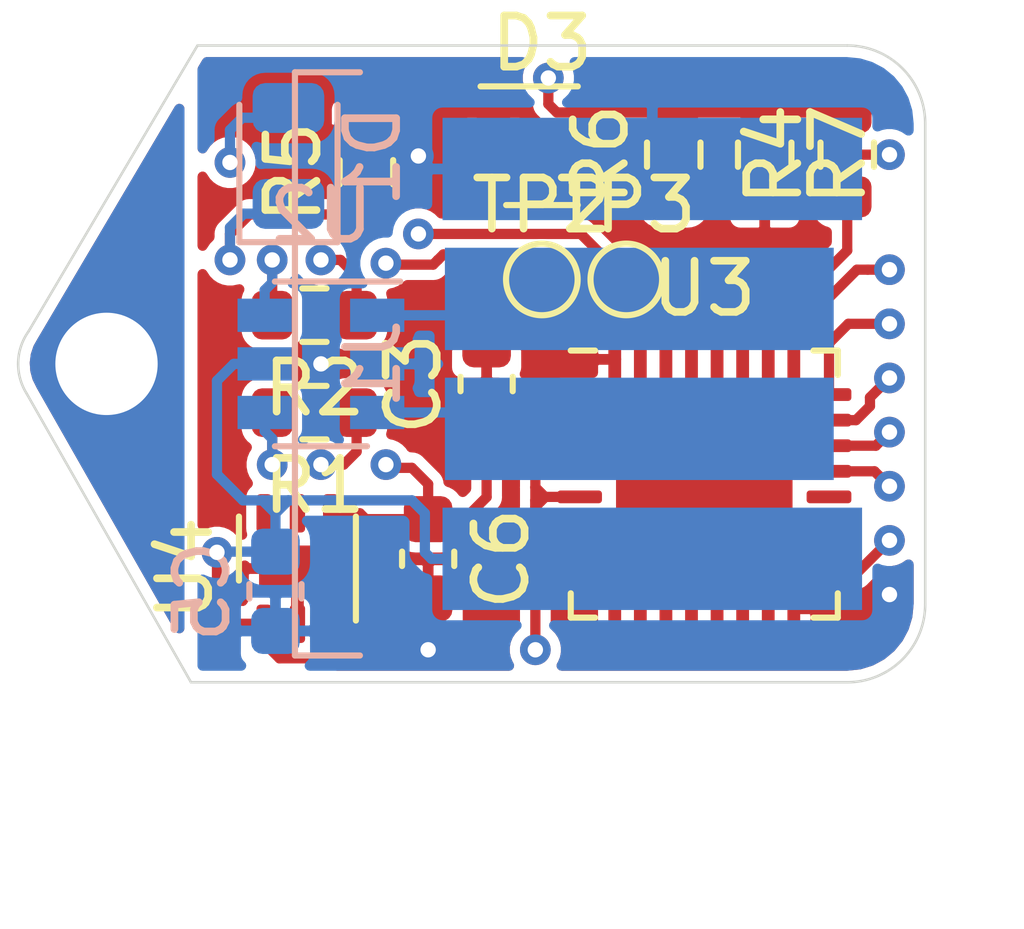
<source format=kicad_pcb>
(kicad_pcb (version 20171130) (host pcbnew "(5.1.8)-1")

  (general
    (thickness 1)
    (drawings 10)
    (tracks 212)
    (zones 0)
    (modules 17)
    (nets 39)
  )

  (page A4)
  (layers
    (0 F.Cu signal)
    (1 In1.Cu signal)
    (2 In2.Cu signal)
    (31 B.Cu signal)
    (32 B.Adhes user)
    (33 F.Adhes user)
    (34 B.Paste user)
    (35 F.Paste user)
    (36 B.SilkS user)
    (37 F.SilkS user)
    (38 B.Mask user)
    (39 F.Mask user)
    (40 Dwgs.User user)
    (41 Cmts.User user)
    (42 Eco1.User user)
    (43 Eco2.User user)
    (44 Edge.Cuts user)
    (45 Margin user)
    (46 B.CrtYd user)
    (47 F.CrtYd user)
    (48 B.Fab user)
    (49 F.Fab user)
  )

  (setup
    (last_trace_width 0.2)
    (trace_clearance 0.2)
    (zone_clearance 0.2)
    (zone_45_only no)
    (trace_min 0.2)
    (via_size 0.6)
    (via_drill 0.3)
    (via_min_size 0.3)
    (via_min_drill 0.3)
    (user_via 0.6 0.3)
    (uvia_size 0.6)
    (uvia_drill 0.3)
    (uvias_allowed no)
    (uvia_min_size 0.3)
    (uvia_min_drill 0.1)
    (edge_width 0.05)
    (segment_width 0.2)
    (pcb_text_width 0.3)
    (pcb_text_size 1.5 1.5)
    (mod_edge_width 0.12)
    (mod_text_size 1 1)
    (mod_text_width 0.15)
    (pad_size 1.524 1.524)
    (pad_drill 0.762)
    (pad_to_mask_clearance 0)
    (aux_axis_origin 0 0)
    (visible_elements 7FFFFFFF)
    (pcbplotparams
      (layerselection 0x010fc_ffffffff)
      (usegerberextensions false)
      (usegerberattributes true)
      (usegerberadvancedattributes true)
      (creategerberjobfile true)
      (excludeedgelayer true)
      (linewidth 0.100000)
      (plotframeref false)
      (viasonmask false)
      (mode 1)
      (useauxorigin false)
      (hpglpennumber 1)
      (hpglpenspeed 20)
      (hpglpendiameter 15.000000)
      (psnegative false)
      (psa4output false)
      (plotreference true)
      (plotvalue true)
      (plotinvisibletext false)
      (padsonsilk false)
      (subtractmaskfromsilk false)
      (outputformat 1)
      (mirror false)
      (drillshape 1)
      (scaleselection 1)
      (outputdirectory ""))
  )

  (net 0 "")
  (net 1 GND)
  (net 2 +3V3)
  (net 3 +5V)
  (net 4 /LEDG)
  (net 5 "Net-(D1-Pad1)")
  (net 6 "Net-(D3-Pad6)")
  (net 7 "Net-(D3-Pad3)")
  (net 8 "Net-(J1-Pad2)")
  (net 9 "Net-(J1-Pad3)")
  (net 10 "Net-(R1-Pad2)")
  (net 11 /USB_N)
  (net 12 "Net-(R2-Pad2)")
  (net 13 /USB_P)
  (net 14 /TOUCH)
  (net 15 /SWDIO)
  (net 16 /SWCLK)
  (net 17 "Net-(U3-Pad30)")
  (net 18 "Net-(U3-Pad29)")
  (net 19 "Net-(U3-Pad27)")
  (net 20 "Net-(U3-Pad25)")
  (net 21 "Net-(U3-Pad20)")
  (net 22 "Net-(U3-Pad19)")
  (net 23 "Net-(U3-Pad18)")
  (net 24 "Net-(U3-Pad14)")
  (net 25 /MOSI)
  (net 26 /MISO)
  (net 27 /SCLK)
  (net 28 /SSN)
  (net 29 "Net-(U3-Pad9)")
  (net 30 /V_RF)
  (net 31 /IRQN)
  (net 32 "Net-(U3-Pad3)")
  (net 33 "Net-(U3-Pad2)")
  (net 34 "Net-(U4-Pad6)")
  (net 35 "Net-(U4-Pad5)")
  (net 36 "Net-(U3-Pad15)")
  (net 37 "Net-(U3-Pad8)")
  (net 38 "Net-(U3-Pad4)")

  (net_class Default "This is the default net class."
    (clearance 0.2)
    (trace_width 0.2)
    (via_dia 0.6)
    (via_drill 0.3)
    (uvia_dia 0.6)
    (uvia_drill 0.3)
    (add_net /IRQN)
    (add_net /LEDG)
    (add_net /MISO)
    (add_net /MOSI)
    (add_net /SCLK)
    (add_net /SSN)
    (add_net /SWCLK)
    (add_net /SWDIO)
    (add_net /TOUCH)
    (add_net /USB_N)
    (add_net /USB_P)
    (add_net /V_RF)
    (add_net "Net-(D1-Pad1)")
    (add_net "Net-(D3-Pad3)")
    (add_net "Net-(D3-Pad6)")
    (add_net "Net-(J1-Pad2)")
    (add_net "Net-(J1-Pad3)")
    (add_net "Net-(R1-Pad2)")
    (add_net "Net-(R2-Pad2)")
    (add_net "Net-(U3-Pad14)")
    (add_net "Net-(U3-Pad15)")
    (add_net "Net-(U3-Pad18)")
    (add_net "Net-(U3-Pad19)")
    (add_net "Net-(U3-Pad2)")
    (add_net "Net-(U3-Pad20)")
    (add_net "Net-(U3-Pad25)")
    (add_net "Net-(U3-Pad27)")
    (add_net "Net-(U3-Pad29)")
    (add_net "Net-(U3-Pad3)")
    (add_net "Net-(U3-Pad30)")
    (add_net "Net-(U3-Pad4)")
    (add_net "Net-(U3-Pad8)")
    (add_net "Net-(U3-Pad9)")
    (add_net "Net-(U4-Pad5)")
    (add_net "Net-(U4-Pad6)")
  )

  (net_class Power ""
    (clearance 0.2)
    (trace_width 0.2)
    (via_dia 0.6)
    (via_drill 0.3)
    (uvia_dia 0.6)
    (uvia_drill 0.3)
    (add_net +3V3)
    (add_net +5V)
    (add_net GND)
  )

  (module Diode_SMD:D_0805_2012Metric (layer B.Cu) (tedit 5F68FEF0) (tstamp 5FCFD259)
    (at 130.683 39.878 90)
    (descr "Diode SMD 0805 (2012 Metric), square (rectangular) end terminal, IPC_7351 nominal, (Body size source: https://docs.google.com/spreadsheets/d/1BsfQQcO9C6DZCsRaXUlFlo91Tg2WpOkGARC1WS5S8t0/edit?usp=sharing), generated with kicad-footprint-generator")
    (tags diode)
    (path /5F76BCE4)
    (attr smd)
    (fp_text reference D1 (at 0 1.65 270) (layer B.SilkS)
      (effects (font (size 1 1) (thickness 0.15)) (justify mirror))
    )
    (fp_text value LED_G (at 0 -1.65 270) (layer B.Fab)
      (effects (font (size 1 1) (thickness 0.15)) (justify mirror))
    )
    (fp_line (start 1 0.6) (end -0.7 0.6) (layer B.Fab) (width 0.1))
    (fp_line (start -0.7 0.6) (end -1 0.3) (layer B.Fab) (width 0.1))
    (fp_line (start -1 0.3) (end -1 -0.6) (layer B.Fab) (width 0.1))
    (fp_line (start -1 -0.6) (end 1 -0.6) (layer B.Fab) (width 0.1))
    (fp_line (start 1 -0.6) (end 1 0.6) (layer B.Fab) (width 0.1))
    (fp_line (start 1 0.96) (end -1.685 0.96) (layer B.SilkS) (width 0.12))
    (fp_line (start -1.685 0.96) (end -1.685 -0.96) (layer B.SilkS) (width 0.12))
    (fp_line (start -1.685 -0.96) (end 1 -0.96) (layer B.SilkS) (width 0.12))
    (fp_line (start -1.68 -0.95) (end -1.68 0.95) (layer B.CrtYd) (width 0.05))
    (fp_line (start -1.68 0.95) (end 1.68 0.95) (layer B.CrtYd) (width 0.05))
    (fp_line (start 1.68 0.95) (end 1.68 -0.95) (layer B.CrtYd) (width 0.05))
    (fp_line (start 1.68 -0.95) (end -1.68 -0.95) (layer B.CrtYd) (width 0.05))
    (fp_text user %R (at 0 0) (layer B.Fab)
      (effects (font (size 0.5 0.5) (thickness 0.08)) (justify mirror))
    )
    (pad 2 smd roundrect (at 0.9375 0 90) (size 0.975 1.4) (layers B.Cu B.Paste B.Mask) (roundrect_rratio 0.25)
      (net 4 /LEDG))
    (pad 1 smd roundrect (at -0.9375 0 90) (size 0.975 1.4) (layers B.Cu B.Paste B.Mask) (roundrect_rratio 0.25)
      (net 5 "Net-(D1-Pad1)"))
    (model ${KISYS3DMOD}/Diode_SMD.3dshapes/D_0805_2012Metric.wrl
      (at (xyz 0 0 0))
      (scale (xyz 1 1 1))
      (rotate (xyz 0 0 0))
    )
  )

  (module TestPoint:TestPoint_Pad_D1.0mm (layer F.Cu) (tedit 5A0F774F) (tstamp 5FD06A8A)
    (at 137.287 42.291)
    (descr "SMD pad as test Point, diameter 1.0mm")
    (tags "test point SMD pad")
    (path /5EFD9676)
    (attr virtual)
    (fp_text reference TP3 (at 0 -1.448) (layer F.SilkS)
      (effects (font (size 1 1) (thickness 0.15)))
    )
    (fp_text value TestPoint (at 0 1.55) (layer F.Fab)
      (effects (font (size 1 1) (thickness 0.15)))
    )
    (fp_circle (center 0 0) (end 1 0) (layer F.CrtYd) (width 0.05))
    (fp_circle (center 0 0) (end 0 0.7) (layer F.SilkS) (width 0.12))
    (fp_text user %R (at 0 -1.45) (layer F.Fab)
      (effects (font (size 1 1) (thickness 0.15)))
    )
    (pad 1 smd circle (at 0 0) (size 1 1) (layers F.Cu F.Mask)
      (net 16 /SWCLK))
  )

  (module TestPoint:TestPoint_Pad_D1.0mm (layer F.Cu) (tedit 5A0F774F) (tstamp 5FD06A82)
    (at 135.636 42.291)
    (descr "SMD pad as test Point, diameter 1.0mm")
    (tags "test point SMD pad")
    (path /5EFD8F6F)
    (attr virtual)
    (fp_text reference TP2 (at 0 -1.448) (layer F.SilkS)
      (effects (font (size 1 1) (thickness 0.15)))
    )
    (fp_text value TestPoint (at 0 1.55) (layer F.Fab)
      (effects (font (size 1 1) (thickness 0.15)))
    )
    (fp_circle (center 0 0) (end 1 0) (layer F.CrtYd) (width 0.05))
    (fp_circle (center 0 0) (end 0 0.7) (layer F.SilkS) (width 0.12))
    (fp_text user %R (at 0 -1.45) (layer F.Fab)
      (effects (font (size 1 1) (thickness 0.15)))
    )
    (pad 1 smd circle (at 0 0) (size 1 1) (layers F.Cu F.Mask)
      (net 15 /SWDIO))
  )

  (module Resistor_SMD:R_0603_1608Metric (layer F.Cu) (tedit 5F68FEEE) (tstamp 5FCFD2EE)
    (at 132.207 40.196 90)
    (descr "Resistor SMD 0603 (1608 Metric), square (rectangular) end terminal, IPC_7351 nominal, (Body size source: IPC-SM-782 page 72, https://www.pcb-3d.com/wordpress/wp-content/uploads/ipc-sm-782a_amendment_1_and_2.pdf), generated with kicad-footprint-generator")
    (tags resistor)
    (path /5F02340A)
    (attr smd)
    (fp_text reference R5 (at 0 -1.43 270) (layer F.SilkS)
      (effects (font (size 1 1) (thickness 0.15)))
    )
    (fp_text value 2.2k (at 0 1.43 270) (layer F.Fab)
      (effects (font (size 1 1) (thickness 0.15)))
    )
    (fp_line (start -0.8 0.4125) (end -0.8 -0.4125) (layer F.Fab) (width 0.1))
    (fp_line (start -0.8 -0.4125) (end 0.8 -0.4125) (layer F.Fab) (width 0.1))
    (fp_line (start 0.8 -0.4125) (end 0.8 0.4125) (layer F.Fab) (width 0.1))
    (fp_line (start 0.8 0.4125) (end -0.8 0.4125) (layer F.Fab) (width 0.1))
    (fp_line (start -0.237258 -0.5225) (end 0.237258 -0.5225) (layer F.SilkS) (width 0.12))
    (fp_line (start -0.237258 0.5225) (end 0.237258 0.5225) (layer F.SilkS) (width 0.12))
    (fp_line (start -1.48 0.73) (end -1.48 -0.73) (layer F.CrtYd) (width 0.05))
    (fp_line (start -1.48 -0.73) (end 1.48 -0.73) (layer F.CrtYd) (width 0.05))
    (fp_line (start 1.48 -0.73) (end 1.48 0.73) (layer F.CrtYd) (width 0.05))
    (fp_line (start 1.48 0.73) (end -1.48 0.73) (layer F.CrtYd) (width 0.05))
    (fp_text user %R (at 0 0 270) (layer F.Fab)
      (effects (font (size 0.4 0.4) (thickness 0.06)))
    )
    (pad 2 smd roundrect (at 0.825 0 90) (size 0.8 0.95) (layers F.Cu F.Paste F.Mask) (roundrect_rratio 0.25)
      (net 1 GND))
    (pad 1 smd roundrect (at -0.825 0 90) (size 0.8 0.95) (layers F.Cu F.Paste F.Mask) (roundrect_rratio 0.25)
      (net 5 "Net-(D1-Pad1)"))
    (model ${KISYS3DMOD}/Resistor_SMD.3dshapes/R_0603_1608Metric.wrl
      (at (xyz 0 0 0))
      (scale (xyz 1 1 1))
      (rotate (xyz 0 0 0))
    )
  )

  (module MAS_Package_nostd:UDFN-6-1EP_2x2mm_P0.65mm_EP0.9x1.65mm (layer F.Cu) (tedit 5EFC3C8B) (tstamp 5FCFD3A7)
    (at 130.8585 47.9425 90)
    (descr "UDFN, 6 Pin (http://ww1.microchip.com/downloads/en/DeviceDoc/6L_UDFN_2x2x0_6mm_HTA_C04-01156a.pdf)")
    (tags "UDFN NoLead")
    (path /5EEF66AB)
    (attr smd)
    (fp_text reference U4 (at 0 -2.2 90) (layer F.SilkS)
      (effects (font (size 1 1) (thickness 0.15)))
    )
    (fp_text value AP7331-33SNG-7 (at 0.0635 2.286 90) (layer F.Fab)
      (effects (font (size 1 1) (thickness 0.15)))
    )
    (fp_line (start -1.016 -0.635) (end -0.635 -1.016) (layer F.Fab) (width 0.1))
    (fp_line (start -1.524 -1.27) (end -1.524 1.27) (layer F.CrtYd) (width 0.05))
    (fp_line (start -1.016 1.143) (end 1.016 1.143) (layer F.SilkS) (width 0.12))
    (fp_line (start -1.524 1.27) (end 1.524 1.27) (layer F.CrtYd) (width 0.05))
    (fp_line (start 1.524 1.27) (end 1.524 -1.27) (layer F.CrtYd) (width 0.05))
    (fp_line (start -0.625 -1.016) (end 1.016 -1.016) (layer F.Fab) (width 0.1))
    (fp_line (start 1.016 -1.016) (end 1.016 1.016) (layer F.Fab) (width 0.1))
    (fp_line (start -0.234 -1.143) (end 1.016 -1.143) (layer F.SilkS) (width 0.12))
    (fp_line (start -1.016 1.016) (end -1.016 -0.625) (layer F.Fab) (width 0.1))
    (fp_line (start 1.524 -1.27) (end -1.524 -1.27) (layer F.CrtYd) (width 0.05))
    (fp_line (start 1.016 1.016) (end -1.016 1.016) (layer F.Fab) (width 0.1))
    (pad 1 smd roundrect (at -1.0795 -0.65 90) (size 0.75 0.3) (layers F.Cu F.Paste F.Mask) (roundrect_rratio 0.25)
      (net 3 +5V))
    (pad 7 smd rect (at 0 0 90) (size 0.9 1.5) (layers F.Cu F.Mask)
      (net 1 GND))
    (pad 4 smd roundrect (at 1.0795 0.65 90) (size 0.75 0.3) (layers F.Cu F.Paste F.Mask) (roundrect_rratio 0.25)
      (net 2 +3V3))
    (pad "" smd roundrect (at 0.1905 -0.3429 90) (size 0.52 0.81) (layers F.Paste) (roundrect_rratio 0.25))
    (pad 2 smd roundrect (at -1.0795 0 90) (size 0.75 0.3) (layers F.Cu F.Paste F.Mask) (roundrect_rratio 0.25)
      (net 1 GND))
    (pad "" smd roundrect (at 0.1905 0.3429 90) (size 0.52 0.81) (layers F.Paste) (roundrect_rratio 0.25))
    (pad "" smd roundrect (at -0.1905 0.3429 90) (size 0.52 0.81) (layers F.Paste) (roundrect_rratio 0.25))
    (pad "" smd roundrect (at -0.1905 -0.3429 90) (size 0.52 0.81) (layers F.Paste) (roundrect_rratio 0.25))
    (pad 6 smd roundrect (at 1.0795 -0.65 90) (size 0.75 0.3) (layers F.Cu F.Paste F.Mask) (roundrect_rratio 0.25)
      (net 34 "Net-(U4-Pad6)"))
    (pad 5 smd roundrect (at 1.0795 0 90) (size 0.75 0.3) (layers F.Cu F.Paste F.Mask) (roundrect_rratio 0.25)
      (net 35 "Net-(U4-Pad5)"))
    (pad 3 smd roundrect (at -1.0795 0.65 90) (size 0.75 0.3) (layers F.Cu F.Paste F.Mask) (roundrect_rratio 0.25)
      (net 3 +5V))
    (model ${KISYS3DMOD}/Package_DFN_QFN.3dshapes/TDFN-6-1EP_2.5x2.5mm_P0.65mm_EP1.3x2mm.wrl
      (at (xyz 0 0 0))
      (scale (xyz 1 1 1))
      (rotate (xyz 0 0 0))
    )
  )

  (module Package_DFN_QFN:QFN-32-1EP_5x5mm_P0.5mm_EP3.45x3.45mm (layer F.Cu) (tedit 5DC5F6A4) (tstamp 5FCFD38D)
    (at 138.811 46.2915)
    (descr "QFN, 32 Pin (http://www.analog.com/media/en/package-pcb-resources/package/pkg_pdf/ltc-legacy-qfn/QFN_32_05-08-1693.pdf), generated with kicad-footprint-generator ipc_noLead_generator.py")
    (tags "QFN NoLead")
    (path /5EEF2570)
    (attr smd)
    (fp_text reference U3 (at 0 -3.82) (layer F.SilkS)
      (effects (font (size 1 1) (thickness 0.15)))
    )
    (fp_text value STM32L432KCUx (at 0 3.82) (layer F.Fab)
      (effects (font (size 1 1) (thickness 0.15)))
    )
    (fp_line (start 2.135 -2.61) (end 2.61 -2.61) (layer F.SilkS) (width 0.12))
    (fp_line (start 2.61 -2.61) (end 2.61 -2.135) (layer F.SilkS) (width 0.12))
    (fp_line (start -2.135 2.61) (end -2.61 2.61) (layer F.SilkS) (width 0.12))
    (fp_line (start -2.61 2.61) (end -2.61 2.135) (layer F.SilkS) (width 0.12))
    (fp_line (start 2.135 2.61) (end 2.61 2.61) (layer F.SilkS) (width 0.12))
    (fp_line (start 2.61 2.61) (end 2.61 2.135) (layer F.SilkS) (width 0.12))
    (fp_line (start -2.135 -2.61) (end -2.61 -2.61) (layer F.SilkS) (width 0.12))
    (fp_line (start -1.5 -2.5) (end 2.5 -2.5) (layer F.Fab) (width 0.1))
    (fp_line (start 2.5 -2.5) (end 2.5 2.5) (layer F.Fab) (width 0.1))
    (fp_line (start 2.5 2.5) (end -2.5 2.5) (layer F.Fab) (width 0.1))
    (fp_line (start -2.5 2.5) (end -2.5 -1.5) (layer F.Fab) (width 0.1))
    (fp_line (start -2.5 -1.5) (end -1.5 -2.5) (layer F.Fab) (width 0.1))
    (fp_line (start -3.12 -3.12) (end -3.12 3.12) (layer F.CrtYd) (width 0.05))
    (fp_line (start -3.12 3.12) (end 3.12 3.12) (layer F.CrtYd) (width 0.05))
    (fp_line (start 3.12 3.12) (end 3.12 -3.12) (layer F.CrtYd) (width 0.05))
    (fp_line (start 3.12 -3.12) (end -3.12 -3.12) (layer F.CrtYd) (width 0.05))
    (fp_text user %R (at 0 0) (layer F.Fab)
      (effects (font (size 1 1) (thickness 0.15)))
    )
    (pad "" smd roundrect (at 1.15 1.15) (size 0.93 0.93) (layers F.Paste) (roundrect_rratio 0.25))
    (pad "" smd roundrect (at 1.15 0) (size 0.93 0.93) (layers F.Paste) (roundrect_rratio 0.25))
    (pad "" smd roundrect (at 1.15 -1.15) (size 0.93 0.93) (layers F.Paste) (roundrect_rratio 0.25))
    (pad "" smd roundrect (at 0 1.15) (size 0.93 0.93) (layers F.Paste) (roundrect_rratio 0.25))
    (pad "" smd roundrect (at 0 0) (size 0.93 0.93) (layers F.Paste) (roundrect_rratio 0.25))
    (pad "" smd roundrect (at 0 -1.15) (size 0.93 0.93) (layers F.Paste) (roundrect_rratio 0.25))
    (pad "" smd roundrect (at -1.15 1.15) (size 0.93 0.93) (layers F.Paste) (roundrect_rratio 0.25))
    (pad "" smd roundrect (at -1.15 0) (size 0.93 0.93) (layers F.Paste) (roundrect_rratio 0.25))
    (pad "" smd roundrect (at -1.15 -1.15) (size 0.93 0.93) (layers F.Paste) (roundrect_rratio 0.25))
    (pad 33 smd rect (at 0 0) (size 3.45 3.45) (layers F.Cu F.Mask)
      (net 1 GND))
    (pad 32 smd roundrect (at -1.75 -2.4375) (size 0.25 0.875) (layers F.Cu F.Paste F.Mask) (roundrect_rratio 0.25)
      (net 1 GND))
    (pad 31 smd roundrect (at -1.25 -2.4375) (size 0.25 0.875) (layers F.Cu F.Paste F.Mask) (roundrect_rratio 0.25)
      (net 14 /TOUCH))
    (pad 30 smd roundrect (at -0.75 -2.4375) (size 0.25 0.875) (layers F.Cu F.Paste F.Mask) (roundrect_rratio 0.25)
      (net 17 "Net-(U3-Pad30)"))
    (pad 29 smd roundrect (at -0.25 -2.4375) (size 0.25 0.875) (layers F.Cu F.Paste F.Mask) (roundrect_rratio 0.25)
      (net 18 "Net-(U3-Pad29)"))
    (pad 28 smd roundrect (at 0.25 -2.4375) (size 0.25 0.875) (layers F.Cu F.Paste F.Mask) (roundrect_rratio 0.25)
      (net 19 "Net-(U3-Pad27)"))
    (pad 27 smd roundrect (at 0.75 -2.4375) (size 0.25 0.875) (layers F.Cu F.Paste F.Mask) (roundrect_rratio 0.25)
      (net 19 "Net-(U3-Pad27)"))
    (pad 26 smd roundrect (at 1.25 -2.4375) (size 0.25 0.875) (layers F.Cu F.Paste F.Mask) (roundrect_rratio 0.25)
      (net 4 /LEDG))
    (pad 25 smd roundrect (at 1.75 -2.4375) (size 0.25 0.875) (layers F.Cu F.Paste F.Mask) (roundrect_rratio 0.25)
      (net 20 "Net-(U3-Pad25)"))
    (pad 24 smd roundrect (at 2.4375 -1.75) (size 0.875 0.25) (layers F.Cu F.Paste F.Mask) (roundrect_rratio 0.25)
      (net 16 /SWCLK))
    (pad 23 smd roundrect (at 2.4375 -1.25) (size 0.875 0.25) (layers F.Cu F.Paste F.Mask) (roundrect_rratio 0.25)
      (net 15 /SWDIO))
    (pad 22 smd roundrect (at 2.4375 -0.75) (size 0.875 0.25) (layers F.Cu F.Paste F.Mask) (roundrect_rratio 0.25)
      (net 13 /USB_P))
    (pad 21 smd roundrect (at 2.4375 -0.25) (size 0.875 0.25) (layers F.Cu F.Paste F.Mask) (roundrect_rratio 0.25)
      (net 11 /USB_N))
    (pad 20 smd roundrect (at 2.4375 0.25) (size 0.875 0.25) (layers F.Cu F.Paste F.Mask) (roundrect_rratio 0.25)
      (net 21 "Net-(U3-Pad20)"))
    (pad 19 smd roundrect (at 2.4375 0.75) (size 0.875 0.25) (layers F.Cu F.Paste F.Mask) (roundrect_rratio 0.25)
      (net 22 "Net-(U3-Pad19)"))
    (pad 18 smd roundrect (at 2.4375 1.25) (size 0.875 0.25) (layers F.Cu F.Paste F.Mask) (roundrect_rratio 0.25)
      (net 23 "Net-(U3-Pad18)"))
    (pad 17 smd roundrect (at 2.4375 1.75) (size 0.875 0.25) (layers F.Cu F.Paste F.Mask) (roundrect_rratio 0.25)
      (net 2 +3V3))
    (pad 16 smd roundrect (at 1.75 2.4375) (size 0.25 0.875) (layers F.Cu F.Paste F.Mask) (roundrect_rratio 0.25)
      (net 1 GND))
    (pad 15 smd roundrect (at 1.25 2.4375) (size 0.25 0.875) (layers F.Cu F.Paste F.Mask) (roundrect_rratio 0.25)
      (net 36 "Net-(U3-Pad15)"))
    (pad 14 smd roundrect (at 0.75 2.4375) (size 0.25 0.875) (layers F.Cu F.Paste F.Mask) (roundrect_rratio 0.25)
      (net 24 "Net-(U3-Pad14)"))
    (pad 13 smd roundrect (at 0.25 2.4375) (size 0.25 0.875) (layers F.Cu F.Paste F.Mask) (roundrect_rratio 0.25)
      (net 25 /MOSI))
    (pad 12 smd roundrect (at -0.25 2.4375) (size 0.25 0.875) (layers F.Cu F.Paste F.Mask) (roundrect_rratio 0.25)
      (net 26 /MISO))
    (pad 11 smd roundrect (at -0.75 2.4375) (size 0.25 0.875) (layers F.Cu F.Paste F.Mask) (roundrect_rratio 0.25)
      (net 27 /SCLK))
    (pad 10 smd roundrect (at -1.25 2.4375) (size 0.25 0.875) (layers F.Cu F.Paste F.Mask) (roundrect_rratio 0.25)
      (net 28 /SSN))
    (pad 9 smd roundrect (at -1.75 2.4375) (size 0.25 0.875) (layers F.Cu F.Paste F.Mask) (roundrect_rratio 0.25)
      (net 29 "Net-(U3-Pad9)"))
    (pad 8 smd roundrect (at -2.4375 1.75) (size 0.875 0.25) (layers F.Cu F.Paste F.Mask) (roundrect_rratio 0.25)
      (net 37 "Net-(U3-Pad8)"))
    (pad 7 smd roundrect (at -2.4375 1.25) (size 0.875 0.25) (layers F.Cu F.Paste F.Mask) (roundrect_rratio 0.25)
      (net 30 /V_RF))
    (pad 6 smd roundrect (at -2.4375 0.75) (size 0.875 0.25) (layers F.Cu F.Paste F.Mask) (roundrect_rratio 0.25)
      (net 31 /IRQN))
    (pad 5 smd roundrect (at -2.4375 0.25) (size 0.875 0.25) (layers F.Cu F.Paste F.Mask) (roundrect_rratio 0.25)
      (net 2 +3V3))
    (pad 4 smd roundrect (at -2.4375 -0.25) (size 0.875 0.25) (layers F.Cu F.Paste F.Mask) (roundrect_rratio 0.25)
      (net 38 "Net-(U3-Pad4)"))
    (pad 3 smd roundrect (at -2.4375 -0.75) (size 0.875 0.25) (layers F.Cu F.Paste F.Mask) (roundrect_rratio 0.25)
      (net 32 "Net-(U3-Pad3)"))
    (pad 2 smd roundrect (at -2.4375 -1.25) (size 0.875 0.25) (layers F.Cu F.Paste F.Mask) (roundrect_rratio 0.25)
      (net 33 "Net-(U3-Pad2)"))
    (pad 1 smd roundrect (at -2.4375 -1.75) (size 0.875 0.25) (layers F.Cu F.Paste F.Mask) (roundrect_rratio 0.25)
      (net 2 +3V3))
    (model ${KISYS3DMOD}/Package_DFN_QFN.3dshapes/QFN-32-1EP_5x5mm_P0.5mm_EP3.45x3.45mm.wrl
      (at (xyz 0 0 0))
      (scale (xyz 1 1 1))
      (rotate (xyz 0 0 0))
    )
  )

  (module Package_TO_SOT_SMD:SOT-23-6 (layer B.Cu) (tedit 5A02FF57) (tstamp 5FD06E55)
    (at 131.318 43.942 180)
    (descr "6-pin SOT-23 package")
    (tags SOT-23-6)
    (path /5EFB805B)
    (attr smd)
    (fp_text reference U2 (at 0 2.9) (layer B.SilkS)
      (effects (font (size 1 1) (thickness 0.15)) (justify mirror))
    )
    (fp_text value USBLC6-2SC6 (at 0 -2.9) (layer B.Fab)
      (effects (font (size 1 1) (thickness 0.15)) (justify mirror))
    )
    (fp_line (start -0.9 -1.61) (end 0.9 -1.61) (layer B.SilkS) (width 0.12))
    (fp_line (start 0.9 1.61) (end -1.55 1.61) (layer B.SilkS) (width 0.12))
    (fp_line (start 1.9 1.8) (end -1.9 1.8) (layer B.CrtYd) (width 0.05))
    (fp_line (start 1.9 -1.8) (end 1.9 1.8) (layer B.CrtYd) (width 0.05))
    (fp_line (start -1.9 -1.8) (end 1.9 -1.8) (layer B.CrtYd) (width 0.05))
    (fp_line (start -1.9 1.8) (end -1.9 -1.8) (layer B.CrtYd) (width 0.05))
    (fp_line (start -0.9 0.9) (end -0.25 1.55) (layer B.Fab) (width 0.1))
    (fp_line (start 0.9 1.55) (end -0.25 1.55) (layer B.Fab) (width 0.1))
    (fp_line (start -0.9 0.9) (end -0.9 -1.55) (layer B.Fab) (width 0.1))
    (fp_line (start 0.9 -1.55) (end -0.9 -1.55) (layer B.Fab) (width 0.1))
    (fp_line (start 0.9 1.55) (end 0.9 -1.55) (layer B.Fab) (width 0.1))
    (fp_text user %R (at 0 0 270) (layer B.Fab)
      (effects (font (size 0.5 0.5) (thickness 0.075)) (justify mirror))
    )
    (pad 5 smd rect (at 1.1 0 180) (size 1.06 0.65) (layers B.Cu B.Paste B.Mask)
      (net 3 +5V))
    (pad 6 smd rect (at 1.1 0.95 180) (size 1.06 0.65) (layers B.Cu B.Paste B.Mask)
      (net 12 "Net-(R2-Pad2)"))
    (pad 4 smd rect (at 1.1 -0.95 180) (size 1.06 0.65) (layers B.Cu B.Paste B.Mask)
      (net 10 "Net-(R1-Pad2)"))
    (pad 3 smd rect (at -1.1 -0.95 180) (size 1.06 0.65) (layers B.Cu B.Paste B.Mask)
      (net 8 "Net-(J1-Pad2)"))
    (pad 2 smd rect (at -1.1 0 180) (size 1.06 0.65) (layers B.Cu B.Paste B.Mask)
      (net 1 GND))
    (pad 1 smd rect (at -1.1 0.95 180) (size 1.06 0.65) (layers B.Cu B.Paste B.Mask)
      (net 9 "Net-(J1-Pad3)"))
    (model ${KISYS3DMOD}/Package_TO_SOT_SMD.3dshapes/SOT-23-6.wrl
      (at (xyz 0 0 0))
      (scale (xyz 1 1 1))
      (rotate (xyz 0 0 0))
    )
  )

  (module Resistor_SMD:R_0603_1608Metric (layer F.Cu) (tedit 5F68FEEE) (tstamp 5FCFD310)
    (at 139.9921 39.8526 270)
    (descr "Resistor SMD 0603 (1608 Metric), square (rectangular) end terminal, IPC_7351 nominal, (Body size source: IPC-SM-782 page 72, https://www.pcb-3d.com/wordpress/wp-content/uploads/ipc-sm-782a_amendment_1_and_2.pdf), generated with kicad-footprint-generator")
    (tags resistor)
    (path /5F021A3C)
    (attr smd)
    (fp_text reference R7 (at 0 -1.43 90) (layer F.SilkS)
      (effects (font (size 1 1) (thickness 0.15)))
    )
    (fp_text value 51k (at 0 1.43 90) (layer F.Fab)
      (effects (font (size 1 1) (thickness 0.15)))
    )
    (fp_line (start -0.8 0.4125) (end -0.8 -0.4125) (layer F.Fab) (width 0.1))
    (fp_line (start -0.8 -0.4125) (end 0.8 -0.4125) (layer F.Fab) (width 0.1))
    (fp_line (start 0.8 -0.4125) (end 0.8 0.4125) (layer F.Fab) (width 0.1))
    (fp_line (start 0.8 0.4125) (end -0.8 0.4125) (layer F.Fab) (width 0.1))
    (fp_line (start -0.237258 -0.5225) (end 0.237258 -0.5225) (layer F.SilkS) (width 0.12))
    (fp_line (start -0.237258 0.5225) (end 0.237258 0.5225) (layer F.SilkS) (width 0.12))
    (fp_line (start -1.48 0.73) (end -1.48 -0.73) (layer F.CrtYd) (width 0.05))
    (fp_line (start -1.48 -0.73) (end 1.48 -0.73) (layer F.CrtYd) (width 0.05))
    (fp_line (start 1.48 -0.73) (end 1.48 0.73) (layer F.CrtYd) (width 0.05))
    (fp_line (start 1.48 0.73) (end -1.48 0.73) (layer F.CrtYd) (width 0.05))
    (fp_text user %R (at 0 0 90) (layer F.Fab)
      (effects (font (size 0.4 0.4) (thickness 0.06)))
    )
    (pad 2 smd roundrect (at 0.825 0 270) (size 0.8 0.95) (layers F.Cu F.Paste F.Mask) (roundrect_rratio 0.25)
      (net 1 GND))
    (pad 1 smd roundrect (at -0.825 0 270) (size 0.8 0.95) (layers F.Cu F.Paste F.Mask) (roundrect_rratio 0.25)
      (net 6 "Net-(D3-Pad6)"))
    (model ${KISYS3DMOD}/Resistor_SMD.3dshapes/R_0603_1608Metric.wrl
      (at (xyz 0 0 0))
      (scale (xyz 1 1 1))
      (rotate (xyz 0 0 0))
    )
  )

  (module Resistor_SMD:R_0603_1608Metric (layer F.Cu) (tedit 5F68FEEE) (tstamp 5FCFD2FF)
    (at 138.2141 39.8526 90)
    (descr "Resistor SMD 0603 (1608 Metric), square (rectangular) end terminal, IPC_7351 nominal, (Body size source: IPC-SM-782 page 72, https://www.pcb-3d.com/wordpress/wp-content/uploads/ipc-sm-782a_amendment_1_and_2.pdf), generated with kicad-footprint-generator")
    (tags resistor)
    (path /5F15F966)
    (attr smd)
    (fp_text reference R6 (at 0 -1.43 90) (layer F.SilkS)
      (effects (font (size 1 1) (thickness 0.15)))
    )
    (fp_text value ~ (at 0 1.43 90) (layer F.Fab)
      (effects (font (size 1 1) (thickness 0.15)))
    )
    (fp_line (start -0.8 0.4125) (end -0.8 -0.4125) (layer F.Fab) (width 0.1))
    (fp_line (start -0.8 -0.4125) (end 0.8 -0.4125) (layer F.Fab) (width 0.1))
    (fp_line (start 0.8 -0.4125) (end 0.8 0.4125) (layer F.Fab) (width 0.1))
    (fp_line (start 0.8 0.4125) (end -0.8 0.4125) (layer F.Fab) (width 0.1))
    (fp_line (start -0.237258 -0.5225) (end 0.237258 -0.5225) (layer F.SilkS) (width 0.12))
    (fp_line (start -0.237258 0.5225) (end 0.237258 0.5225) (layer F.SilkS) (width 0.12))
    (fp_line (start -1.48 0.73) (end -1.48 -0.73) (layer F.CrtYd) (width 0.05))
    (fp_line (start -1.48 -0.73) (end 1.48 -0.73) (layer F.CrtYd) (width 0.05))
    (fp_line (start 1.48 -0.73) (end 1.48 0.73) (layer F.CrtYd) (width 0.05))
    (fp_line (start 1.48 0.73) (end -1.48 0.73) (layer F.CrtYd) (width 0.05))
    (fp_text user %R (at 0 0 90) (layer F.Fab)
      (effects (font (size 0.4 0.4) (thickness 0.06)))
    )
    (pad 2 smd roundrect (at 0.825 0 90) (size 0.8 0.95) (layers F.Cu F.Paste F.Mask) (roundrect_rratio 0.25)
      (net 6 "Net-(D3-Pad6)"))
    (pad 1 smd roundrect (at -0.825 0 90) (size 0.8 0.95) (layers F.Cu F.Paste F.Mask) (roundrect_rratio 0.25)
      (net 2 +3V3))
    (model ${KISYS3DMOD}/Resistor_SMD.3dshapes/R_0603_1608Metric.wrl
      (at (xyz 0 0 0))
      (scale (xyz 1 1 1))
      (rotate (xyz 0 0 0))
    )
  )

  (module Resistor_SMD:R_0603_1608Metric (layer F.Cu) (tedit 5F68FEEE) (tstamp 5FCFD2DD)
    (at 141.605 39.8526 90)
    (descr "Resistor SMD 0603 (1608 Metric), square (rectangular) end terminal, IPC_7351 nominal, (Body size source: IPC-SM-782 page 72, https://www.pcb-3d.com/wordpress/wp-content/uploads/ipc-sm-782a_amendment_1_and_2.pdf), generated with kicad-footprint-generator")
    (tags resistor)
    (path /5F2A7265)
    (attr smd)
    (fp_text reference R4 (at 0 -1.43 90) (layer F.SilkS)
      (effects (font (size 1 1) (thickness 0.15)))
    )
    (fp_text value 22R (at 0 1.43 90) (layer F.Fab)
      (effects (font (size 1 1) (thickness 0.15)))
    )
    (fp_line (start -0.8 0.4125) (end -0.8 -0.4125) (layer F.Fab) (width 0.1))
    (fp_line (start -0.8 -0.4125) (end 0.8 -0.4125) (layer F.Fab) (width 0.1))
    (fp_line (start 0.8 -0.4125) (end 0.8 0.4125) (layer F.Fab) (width 0.1))
    (fp_line (start 0.8 0.4125) (end -0.8 0.4125) (layer F.Fab) (width 0.1))
    (fp_line (start -0.237258 -0.5225) (end 0.237258 -0.5225) (layer F.SilkS) (width 0.12))
    (fp_line (start -0.237258 0.5225) (end 0.237258 0.5225) (layer F.SilkS) (width 0.12))
    (fp_line (start -1.48 0.73) (end -1.48 -0.73) (layer F.CrtYd) (width 0.05))
    (fp_line (start -1.48 -0.73) (end 1.48 -0.73) (layer F.CrtYd) (width 0.05))
    (fp_line (start 1.48 -0.73) (end 1.48 0.73) (layer F.CrtYd) (width 0.05))
    (fp_line (start 1.48 0.73) (end -1.48 0.73) (layer F.CrtYd) (width 0.05))
    (fp_text user %R (at 0 0 90) (layer F.Fab)
      (effects (font (size 0.4 0.4) (thickness 0.06)))
    )
    (pad 2 smd roundrect (at 0.825 0 90) (size 0.8 0.95) (layers F.Cu F.Paste F.Mask) (roundrect_rratio 0.25)
      (net 6 "Net-(D3-Pad6)"))
    (pad 1 smd roundrect (at -0.825 0 90) (size 0.8 0.95) (layers F.Cu F.Paste F.Mask) (roundrect_rratio 0.25)
      (net 14 /TOUCH))
    (model ${KISYS3DMOD}/Resistor_SMD.3dshapes/R_0603_1608Metric.wrl
      (at (xyz 0 0 0))
      (scale (xyz 1 1 1))
      (rotate (xyz 0 0 0))
    )
  )

  (module Resistor_SMD:R_0603_1608Metric (layer F.Cu) (tedit 5F68FEEE) (tstamp 5FD06E20)
    (at 131.1905 42.9895 180)
    (descr "Resistor SMD 0603 (1608 Metric), square (rectangular) end terminal, IPC_7351 nominal, (Body size source: IPC-SM-782 page 72, https://www.pcb-3d.com/wordpress/wp-content/uploads/ipc-sm-782a_amendment_1_and_2.pdf), generated with kicad-footprint-generator")
    (tags resistor)
    (path /5F25D9F4)
    (attr smd)
    (fp_text reference R2 (at 0 -1.43) (layer F.SilkS)
      (effects (font (size 1 1) (thickness 0.15)))
    )
    (fp_text value 22R (at 0 1.43) (layer F.Fab)
      (effects (font (size 1 1) (thickness 0.15)))
    )
    (fp_line (start -0.8 0.4125) (end -0.8 -0.4125) (layer F.Fab) (width 0.1))
    (fp_line (start -0.8 -0.4125) (end 0.8 -0.4125) (layer F.Fab) (width 0.1))
    (fp_line (start 0.8 -0.4125) (end 0.8 0.4125) (layer F.Fab) (width 0.1))
    (fp_line (start 0.8 0.4125) (end -0.8 0.4125) (layer F.Fab) (width 0.1))
    (fp_line (start -0.237258 -0.5225) (end 0.237258 -0.5225) (layer F.SilkS) (width 0.12))
    (fp_line (start -0.237258 0.5225) (end 0.237258 0.5225) (layer F.SilkS) (width 0.12))
    (fp_line (start -1.48 0.73) (end -1.48 -0.73) (layer F.CrtYd) (width 0.05))
    (fp_line (start -1.48 -0.73) (end 1.48 -0.73) (layer F.CrtYd) (width 0.05))
    (fp_line (start 1.48 -0.73) (end 1.48 0.73) (layer F.CrtYd) (width 0.05))
    (fp_line (start 1.48 0.73) (end -1.48 0.73) (layer F.CrtYd) (width 0.05))
    (fp_text user %R (at 0 0) (layer F.Fab)
      (effects (font (size 0.4 0.4) (thickness 0.06)))
    )
    (pad 2 smd roundrect (at 0.825 0 180) (size 0.8 0.95) (layers F.Cu F.Paste F.Mask) (roundrect_rratio 0.25)
      (net 12 "Net-(R2-Pad2)"))
    (pad 1 smd roundrect (at -0.825 0 180) (size 0.8 0.95) (layers F.Cu F.Paste F.Mask) (roundrect_rratio 0.25)
      (net 13 /USB_P))
    (model ${KISYS3DMOD}/Resistor_SMD.3dshapes/R_0603_1608Metric.wrl
      (at (xyz 0 0 0))
      (scale (xyz 1 1 1))
      (rotate (xyz 0 0 0))
    )
  )

  (module Resistor_SMD:R_0603_1608Metric (layer F.Cu) (tedit 5F68FEEE) (tstamp 5FD06DF0)
    (at 131.1905 44.8945 180)
    (descr "Resistor SMD 0603 (1608 Metric), square (rectangular) end terminal, IPC_7351 nominal, (Body size source: IPC-SM-782 page 72, https://www.pcb-3d.com/wordpress/wp-content/uploads/ipc-sm-782a_amendment_1_and_2.pdf), generated with kicad-footprint-generator")
    (tags resistor)
    (path /5F23DD6E)
    (attr smd)
    (fp_text reference R1 (at 0 -1.43) (layer F.SilkS)
      (effects (font (size 1 1) (thickness 0.15)))
    )
    (fp_text value 22R (at 0 1.43) (layer F.Fab)
      (effects (font (size 1 1) (thickness 0.15)))
    )
    (fp_line (start -0.8 0.4125) (end -0.8 -0.4125) (layer F.Fab) (width 0.1))
    (fp_line (start -0.8 -0.4125) (end 0.8 -0.4125) (layer F.Fab) (width 0.1))
    (fp_line (start 0.8 -0.4125) (end 0.8 0.4125) (layer F.Fab) (width 0.1))
    (fp_line (start 0.8 0.4125) (end -0.8 0.4125) (layer F.Fab) (width 0.1))
    (fp_line (start -0.237258 -0.5225) (end 0.237258 -0.5225) (layer F.SilkS) (width 0.12))
    (fp_line (start -0.237258 0.5225) (end 0.237258 0.5225) (layer F.SilkS) (width 0.12))
    (fp_line (start -1.48 0.73) (end -1.48 -0.73) (layer F.CrtYd) (width 0.05))
    (fp_line (start -1.48 -0.73) (end 1.48 -0.73) (layer F.CrtYd) (width 0.05))
    (fp_line (start 1.48 -0.73) (end 1.48 0.73) (layer F.CrtYd) (width 0.05))
    (fp_line (start 1.48 0.73) (end -1.48 0.73) (layer F.CrtYd) (width 0.05))
    (fp_text user %R (at 0 0) (layer F.Fab)
      (effects (font (size 0.4 0.4) (thickness 0.06)))
    )
    (pad 2 smd roundrect (at 0.825 0 180) (size 0.8 0.95) (layers F.Cu F.Paste F.Mask) (roundrect_rratio 0.25)
      (net 10 "Net-(R1-Pad2)"))
    (pad 1 smd roundrect (at -0.825 0 180) (size 0.8 0.95) (layers F.Cu F.Paste F.Mask) (roundrect_rratio 0.25)
      (net 11 /USB_N))
    (model ${KISYS3DMOD}/Resistor_SMD.3dshapes/R_0603_1608Metric.wrl
      (at (xyz 0 0 0))
      (scale (xyz 1 1 1))
      (rotate (xyz 0 0 0))
    )
  )

  (module MAS_Package_nostd:USB_A_PCB (layer B.Cu) (tedit 5EFC385F) (tstamp 5FCFD299)
    (at 132.08 43.942)
    (descr "USB type A Plug, Horizontal")
    (tags USB-A)
    (path /5F1F536E)
    (attr smd)
    (fp_text reference J1 (at 0.254 0 -90) (layer B.SilkS)
      (effects (font (size 1 1) (thickness 0.15)) (justify mirror))
    )
    (fp_text value USB_A_PCB (at -2.54 0 -270) (layer B.Fab)
      (effects (font (size 1 1) (thickness 0.15)) (justify mirror))
    )
    (fp_line (start -1.27 -6.025) (end -1.27 6.025) (layer B.Fab) (width 0.1))
    (fp_line (start 1.513 4.254) (end 1.513 3.304) (layer B.Fab) (width 0.1))
    (fp_line (start 1.013 3.754) (end 1.513 4.254) (layer B.Fab) (width 0.1))
    (fp_line (start 1.013 3.754) (end 1.513 3.254) (layer B.Fab) (width 0.1))
    (fp_line (start -1.4 -6.2) (end 11 -6.2) (layer B.CrtYd) (width 0.05))
    (fp_line (start 11 -6.2) (end 11 6.2) (layer B.CrtYd) (width 0.05))
    (fp_line (start -1.27 -5.7) (end 0 -5.7) (layer B.SilkS) (width 0.12))
    (fp_line (start -1.27 5.7) (end 0 5.7) (layer B.SilkS) (width 0.12))
    (fp_line (start -1.27 5.7) (end -1.27 -5.7) (layer B.SilkS) (width 0.12))
    (fp_line (start 10.9 -6.025) (end 10.9 6.025) (layer B.Fab) (width 0.1))
    (fp_line (start -1.27 -6.025) (end 10.9 -6.025) (layer B.Fab) (width 0.1))
    (fp_line (start -1.27 6.025) (end 10.9 6.025) (layer B.Fab) (width 0.1))
    (fp_line (start 11 6.2) (end -1.4 6.2) (layer B.CrtYd) (width 0.05))
    (fp_line (start -1.4 6.2) (end -1.4 -6.2) (layer B.CrtYd) (width 0.05))
    (fp_text user %R (at 0.254 0 -90) (layer B.Fab)
      (effects (font (size 1 1) (thickness 0.15)) (justify mirror))
    )
    (pad 2 smd rect (at 5.461 1.27) (size 7.6 2) (layers B.Cu B.Mask)
      (net 8 "Net-(J1-Pad2)"))
    (pad 3 smd rect (at 5.461 -1.27) (size 7.6 2) (layers B.Cu B.Mask)
      (net 9 "Net-(J1-Pad3)"))
    (pad 1 smd rect (at 5.715 3.81) (size 8.2 2) (layers B.Cu B.Mask)
      (net 3 +5V))
    (pad 4 smd rect (at 5.715 -3.81) (size 8.2 2) (layers B.Cu B.Mask)
      (net 1 GND))
  )

  (module Package_TO_SOT_SMD:SOT-363_SC-70-6 (layer F.Cu) (tedit 5A02FF57) (tstamp 5FCFD282)
    (at 135.6385 39.6776)
    (descr "SOT-363, SC-70-6")
    (tags "SOT-363 SC-70-6")
    (path /5F0DEB92)
    (attr smd)
    (fp_text reference D3 (at 0 -2) (layer F.SilkS)
      (effects (font (size 1 1) (thickness 0.15)))
    )
    (fp_text value BAT54XY (at 0 2 180) (layer F.Fab)
      (effects (font (size 1 1) (thickness 0.15)))
    )
    (fp_line (start 0.7 -1.16) (end -1.2 -1.16) (layer F.SilkS) (width 0.12))
    (fp_line (start -0.7 1.16) (end 0.7 1.16) (layer F.SilkS) (width 0.12))
    (fp_line (start 1.6 1.4) (end 1.6 -1.4) (layer F.CrtYd) (width 0.05))
    (fp_line (start -1.6 -1.4) (end -1.6 1.4) (layer F.CrtYd) (width 0.05))
    (fp_line (start -1.6 -1.4) (end 1.6 -1.4) (layer F.CrtYd) (width 0.05))
    (fp_line (start 0.675 -1.1) (end -0.175 -1.1) (layer F.Fab) (width 0.1))
    (fp_line (start -0.675 -0.6) (end -0.675 1.1) (layer F.Fab) (width 0.1))
    (fp_line (start -1.6 1.4) (end 1.6 1.4) (layer F.CrtYd) (width 0.05))
    (fp_line (start 0.675 -1.1) (end 0.675 1.1) (layer F.Fab) (width 0.1))
    (fp_line (start 0.675 1.1) (end -0.675 1.1) (layer F.Fab) (width 0.1))
    (fp_line (start -0.175 -1.1) (end -0.675 -0.6) (layer F.Fab) (width 0.1))
    (fp_text user %R (at 0 0 90) (layer F.Fab)
      (effects (font (size 0.5 0.5) (thickness 0.075)))
    )
    (pad 6 smd rect (at 0.95 -0.65) (size 0.65 0.4) (layers F.Cu F.Paste F.Mask)
      (net 6 "Net-(D3-Pad6)"))
    (pad 4 smd rect (at 0.95 0.65) (size 0.65 0.4) (layers F.Cu F.Paste F.Mask)
      (net 1 GND))
    (pad 2 smd rect (at -0.95 0) (size 0.65 0.4) (layers F.Cu F.Paste F.Mask)
      (net 2 +3V3))
    (pad 5 smd rect (at 0.95 0) (size 0.65 0.4) (layers F.Cu F.Paste F.Mask)
      (net 2 +3V3))
    (pad 3 smd rect (at -0.95 0.65) (size 0.65 0.4) (layers F.Cu F.Paste F.Mask)
      (net 7 "Net-(D3-Pad3)"))
    (pad 1 smd rect (at -0.95 -0.65) (size 0.65 0.4) (layers F.Cu F.Paste F.Mask)
      (net 1 GND))
    (model ${KISYS3DMOD}/Package_TO_SOT_SMD.3dshapes/SOT-363_SC-70-6.wrl
      (at (xyz 0 0 0))
      (scale (xyz 1 1 1))
      (rotate (xyz 0 0 0))
    )
  )

  (module Capacitor_SMD:C_0603_1608Metric (layer F.Cu) (tedit 5F68FEEE) (tstamp 5FCFD246)
    (at 133.4135 47.752 270)
    (descr "Capacitor SMD 0603 (1608 Metric), square (rectangular) end terminal, IPC_7351 nominal, (Body size source: IPC-SM-782 page 76, https://www.pcb-3d.com/wordpress/wp-content/uploads/ipc-sm-782a_amendment_1_and_2.pdf), generated with kicad-footprint-generator")
    (tags capacitor)
    (path /5F13AB08)
    (attr smd)
    (fp_text reference C6 (at 0 -1.43 90) (layer F.SilkS)
      (effects (font (size 1 1) (thickness 0.15)))
    )
    (fp_text value 1u (at 0 1.43 90) (layer F.Fab)
      (effects (font (size 1 1) (thickness 0.15)))
    )
    (fp_line (start -0.8 0.4) (end -0.8 -0.4) (layer F.Fab) (width 0.1))
    (fp_line (start -0.8 -0.4) (end 0.8 -0.4) (layer F.Fab) (width 0.1))
    (fp_line (start 0.8 -0.4) (end 0.8 0.4) (layer F.Fab) (width 0.1))
    (fp_line (start 0.8 0.4) (end -0.8 0.4) (layer F.Fab) (width 0.1))
    (fp_line (start -0.14058 -0.51) (end 0.14058 -0.51) (layer F.SilkS) (width 0.12))
    (fp_line (start -0.14058 0.51) (end 0.14058 0.51) (layer F.SilkS) (width 0.12))
    (fp_line (start -1.48 0.73) (end -1.48 -0.73) (layer F.CrtYd) (width 0.05))
    (fp_line (start -1.48 -0.73) (end 1.48 -0.73) (layer F.CrtYd) (width 0.05))
    (fp_line (start 1.48 -0.73) (end 1.48 0.73) (layer F.CrtYd) (width 0.05))
    (fp_line (start 1.48 0.73) (end -1.48 0.73) (layer F.CrtYd) (width 0.05))
    (fp_text user %R (at 0 0 90) (layer F.Fab)
      (effects (font (size 0.4 0.4) (thickness 0.06)))
    )
    (pad 2 smd roundrect (at 0.775 0 270) (size 0.9 0.95) (layers F.Cu F.Paste F.Mask) (roundrect_rratio 0.25)
      (net 1 GND))
    (pad 1 smd roundrect (at -0.775 0 270) (size 0.9 0.95) (layers F.Cu F.Paste F.Mask) (roundrect_rratio 0.25)
      (net 2 +3V3))
    (model ${KISYS3DMOD}/Capacitor_SMD.3dshapes/C_0603_1608Metric.wrl
      (at (xyz 0 0 0))
      (scale (xyz 1 1 1))
      (rotate (xyz 0 0 0))
    )
  )

  (module Capacitor_SMD:C_0603_1608Metric (layer B.Cu) (tedit 5F68FEEE) (tstamp 5FCFD235)
    (at 130.429 48.387 270)
    (descr "Capacitor SMD 0603 (1608 Metric), square (rectangular) end terminal, IPC_7351 nominal, (Body size source: IPC-SM-782 page 76, https://www.pcb-3d.com/wordpress/wp-content/uploads/ipc-sm-782a_amendment_1_and_2.pdf), generated with kicad-footprint-generator")
    (tags capacitor)
    (path /5F12A96B)
    (attr smd)
    (fp_text reference C5 (at 0 1.43 270) (layer B.SilkS)
      (effects (font (size 1 1) (thickness 0.15)) (justify mirror))
    )
    (fp_text value 1u (at 0 -1.43 270) (layer B.Fab)
      (effects (font (size 1 1) (thickness 0.15)) (justify mirror))
    )
    (fp_line (start -0.8 -0.4) (end -0.8 0.4) (layer B.Fab) (width 0.1))
    (fp_line (start -0.8 0.4) (end 0.8 0.4) (layer B.Fab) (width 0.1))
    (fp_line (start 0.8 0.4) (end 0.8 -0.4) (layer B.Fab) (width 0.1))
    (fp_line (start 0.8 -0.4) (end -0.8 -0.4) (layer B.Fab) (width 0.1))
    (fp_line (start -0.14058 0.51) (end 0.14058 0.51) (layer B.SilkS) (width 0.12))
    (fp_line (start -0.14058 -0.51) (end 0.14058 -0.51) (layer B.SilkS) (width 0.12))
    (fp_line (start -1.48 -0.73) (end -1.48 0.73) (layer B.CrtYd) (width 0.05))
    (fp_line (start -1.48 0.73) (end 1.48 0.73) (layer B.CrtYd) (width 0.05))
    (fp_line (start 1.48 0.73) (end 1.48 -0.73) (layer B.CrtYd) (width 0.05))
    (fp_line (start 1.48 -0.73) (end -1.48 -0.73) (layer B.CrtYd) (width 0.05))
    (fp_text user %R (at 0 0 270) (layer B.Fab)
      (effects (font (size 0.4 0.4) (thickness 0.06)) (justify mirror))
    )
    (pad 2 smd roundrect (at 0.775 0 270) (size 0.9 0.95) (layers B.Cu B.Paste B.Mask) (roundrect_rratio 0.25)
      (net 1 GND))
    (pad 1 smd roundrect (at -0.775 0 270) (size 0.9 0.95) (layers B.Cu B.Paste B.Mask) (roundrect_rratio 0.25)
      (net 3 +5V))
    (model ${KISYS3DMOD}/Capacitor_SMD.3dshapes/C_0603_1608Metric.wrl
      (at (xyz 0 0 0))
      (scale (xyz 1 1 1))
      (rotate (xyz 0 0 0))
    )
  )

  (module Capacitor_SMD:C_0603_1608Metric (layer F.Cu) (tedit 5F68FEEE) (tstamp 5FCFD224)
    (at 134.5565 44.336 90)
    (descr "Capacitor SMD 0603 (1608 Metric), square (rectangular) end terminal, IPC_7351 nominal, (Body size source: IPC-SM-782 page 76, https://www.pcb-3d.com/wordpress/wp-content/uploads/ipc-sm-782a_amendment_1_and_2.pdf), generated with kicad-footprint-generator")
    (tags capacitor)
    (path /5F0B7381)
    (attr smd)
    (fp_text reference C3 (at 0 -1.43 90) (layer F.SilkS)
      (effects (font (size 1 1) (thickness 0.15)))
    )
    (fp_text value 100n (at 0 1.43 90) (layer F.Fab)
      (effects (font (size 1 1) (thickness 0.15)))
    )
    (fp_line (start -0.8 0.4) (end -0.8 -0.4) (layer F.Fab) (width 0.1))
    (fp_line (start -0.8 -0.4) (end 0.8 -0.4) (layer F.Fab) (width 0.1))
    (fp_line (start 0.8 -0.4) (end 0.8 0.4) (layer F.Fab) (width 0.1))
    (fp_line (start 0.8 0.4) (end -0.8 0.4) (layer F.Fab) (width 0.1))
    (fp_line (start -0.14058 -0.51) (end 0.14058 -0.51) (layer F.SilkS) (width 0.12))
    (fp_line (start -0.14058 0.51) (end 0.14058 0.51) (layer F.SilkS) (width 0.12))
    (fp_line (start -1.48 0.73) (end -1.48 -0.73) (layer F.CrtYd) (width 0.05))
    (fp_line (start -1.48 -0.73) (end 1.48 -0.73) (layer F.CrtYd) (width 0.05))
    (fp_line (start 1.48 -0.73) (end 1.48 0.73) (layer F.CrtYd) (width 0.05))
    (fp_line (start 1.48 0.73) (end -1.48 0.73) (layer F.CrtYd) (width 0.05))
    (fp_text user %R (at 0 0 90) (layer F.Fab)
      (effects (font (size 0.4 0.4) (thickness 0.06)))
    )
    (pad 2 smd roundrect (at 0.775 0 90) (size 0.9 0.95) (layers F.Cu F.Paste F.Mask) (roundrect_rratio 0.25)
      (net 1 GND))
    (pad 1 smd roundrect (at -0.775 0 90) (size 0.9 0.95) (layers F.Cu F.Paste F.Mask) (roundrect_rratio 0.25)
      (net 2 +3V3))
    (model ${KISYS3DMOD}/Capacitor_SMD.3dshapes/C_0603_1608Metric.wrl
      (at (xyz 0 0 0))
      (scale (xyz 1 1 1))
      (rotate (xyz 0 0 0))
    )
  )

  (gr_poly (pts (xy 128.651 50.419) (xy 125.095 50.419) (xy 125.095 37.465) (xy 128.651 37.465)) (layer F.Mask) (width 0.1))
  (gr_poly (pts (xy 128.651 50.419) (xy 125.095 50.419) (xy 125.095 37.465) (xy 128.651 37.465)) (layer B.Mask) (width 0.1))
  (gr_arc (start 126.492 43.942) (end 125.603001 43.307001) (angle -67.543061) (layer Edge.Cuts) (width 0.05))
  (gr_line (start 125.565567 44.521021) (end 128.778 50.165) (layer Edge.Cuts) (width 0.05) (tstamp 5FD1FED8))
  (gr_line (start 128.905 37.719) (end 125.603001 43.307001) (layer Edge.Cuts) (width 0.05))
  (gr_line (start 141.605 37.719) (end 128.905 37.719) (layer Edge.Cuts) (width 0.05) (tstamp 5FD1FE92))
  (gr_arc (start 141.605 48.641) (end 141.605 50.165) (angle -90) (layer Edge.Cuts) (width 0.05) (tstamp 5FD1FE6B))
  (gr_arc (start 141.605 39.243) (end 143.129 39.243) (angle -90) (layer Edge.Cuts) (width 0.05))
  (gr_line (start 141.605 50.165) (end 128.778 50.165) (layer Edge.Cuts) (width 0.05))
  (gr_line (start 143.129 48.641) (end 143.129 39.243) (layer Edge.Cuts) (width 0.05))

  (via (at 133.223 39.878) (size 0.6) (drill 0.3) (layers F.Cu B.Cu) (net 1))
  (via (at 131.318 43.942) (size 0.6) (drill 0.3) (layers F.Cu B.Cu) (net 1))
  (segment (start 130.8585 47.9425) (end 130.8585 49.022) (width 0.25) (layer F.Cu) (net 1))
  (segment (start 140.561 48.729) (end 140.561 48.5495) (width 0.2) (layer F.Cu) (net 1))
  (segment (start 131.445 43.942) (end 132.545 43.942) (width 0.2) (layer B.Cu) (net 1))
  (segment (start 132.229801 39.393801) (end 132.207 39.371) (width 0.2) (layer F.Cu) (net 1))
  (segment (start 139.9921 40.6776) (end 139.9916 40.6776) (width 0.2) (layer F.Cu) (net 1))
  (segment (start 133.4005 48.514) (end 133.4135 48.527) (width 0.2) (layer F.Cu) (net 1))
  (segment (start 137.13599 44.61649) (end 138.811 46.2915) (width 0.2) (layer F.Cu) (net 1))
  (segment (start 137.13599 44.353822) (end 137.13599 44.61649) (width 0.2) (layer F.Cu) (net 1))
  (segment (start 137.061 44.278832) (end 137.13599 44.353822) (width 0.2) (layer F.Cu) (net 1))
  (segment (start 137.061 43.854) (end 137.061 44.278832) (width 0.2) (layer F.Cu) (net 1))
  (segment (start 133.096 40.64) (end 133.223 40.767) (width 0.2) (layer B.Cu) (net 1))
  (segment (start 137.16 40.767) (end 137.795 40.132) (width 0.2) (layer B.Cu) (net 1))
  (via (at 142.4305 48.4505) (size 0.6) (drill 0.3) (layers F.Cu B.Cu) (net 1))
  (segment (start 140.48601 47.96651) (end 138.811 46.2915) (width 0.2) (layer F.Cu) (net 1))
  (segment (start 140.561 48.5495) (end 140.48601 48.47451) (width 0.2) (layer F.Cu) (net 1))
  (segment (start 140.48601 48.47451) (end 140.48601 47.96651) (width 0.2) (layer F.Cu) (net 1))
  (segment (start 131.953 49.53) (end 131.585 49.162) (width 0.2) (layer B.Cu) (net 1))
  (segment (start 131.953 49.53) (end 132.969 49.53) (width 0.2) (layer B.Cu) (net 1))
  (segment (start 132.969 49.53) (end 133.4135 49.53) (width 0.2) (layer B.Cu) (net 1))
  (segment (start 131.585 49.162) (end 130.429 49.162) (width 0.2) (layer B.Cu) (net 1))
  (via (at 133.4135 49.53) (size 0.6) (drill 0.3) (layers F.Cu B.Cu) (net 1))
  (via (at 142.4305 47.392165) (size 0.6) (drill 0.3) (layers F.Cu B.Cu) (net 2))
  (via (at 132.588 45.9105) (size 0.6) (drill 0.3) (layers F.Cu B.Cu) (net 2))
  (via (at 142.4305 39.8526) (size 0.6) (drill 0.3) (layers F.Cu B.Cu) (net 2))
  (segment (start 136.3735 44.5415) (end 136.243 44.5415) (width 0.2) (layer F.Cu) (net 2))
  (segment (start 135.281 45.111) (end 135.509 45.339) (width 0.2) (layer F.Cu) (net 2))
  (segment (start 134.5565 45.111) (end 135.281 45.111) (width 0.2) (layer F.Cu) (net 2))
  (segment (start 135.6955 46.5415) (end 135.509 46.355) (width 0.2) (layer F.Cu) (net 2))
  (segment (start 136.3735 46.5415) (end 135.6955 46.5415) (width 0.2) (layer F.Cu) (net 2))
  (segment (start 135.509 45.339) (end 135.509 46.355) (width 0.2) (layer F.Cu) (net 2))
  (segment (start 135.6955 46.5495) (end 135.509 46.736) (width 0.2) (layer F.Cu) (net 2))
  (segment (start 135.6955 46.5415) (end 135.6955 46.5495) (width 0.2) (layer F.Cu) (net 2))
  (segment (start 135.126 44.5415) (end 134.5565 45.111) (width 0.2) (layer F.Cu) (net 2))
  (segment (start 136.3735 44.5415) (end 135.126 44.5415) (width 0.2) (layer F.Cu) (net 2))
  (segment (start 136.5885 39.6776) (end 135.8166 39.6776) (width 0.2) (layer F.Cu) (net 2))
  (segment (start 135.4554 39.6776) (end 134.6885 39.6776) (width 0.2) (layer F.Cu) (net 2))
  (segment (start 135.8166 39.6776) (end 135.4554 39.6776) (width 0.2) (layer F.Cu) (net 2))
  (segment (start 133.4135 46.977) (end 134.125 46.977) (width 0.2) (layer F.Cu) (net 2))
  (segment (start 134.5565 46.5455) (end 134.5565 45.111) (width 0.2) (layer F.Cu) (net 2))
  (segment (start 134.125 46.977) (end 134.5565 46.5455) (width 0.2) (layer F.Cu) (net 2))
  (segment (start 139.0391 39.8526) (end 138.2141 40.6776) (width 0.2) (layer F.Cu) (net 2))
  (segment (start 142.367 39.8526) (end 139.0391 39.8526) (width 0.2) (layer F.Cu) (net 2))
  (segment (start 137.2141 39.6776) (end 136.5885 39.6776) (width 0.2) (layer F.Cu) (net 2))
  (segment (start 138.2141 40.6776) (end 137.2141 39.6776) (width 0.2) (layer F.Cu) (net 2))
  (segment (start 132.588 45.974) (end 132.588 44.196) (width 0.2) (layer In2.Cu) (net 2))
  (segment (start 136.9314 39.8526) (end 142.367 39.8526) (width 0.2) (layer In2.Cu) (net 2))
  (segment (start 132.588 44.196) (end 136.9314 39.8526) (width 0.2) (layer In2.Cu) (net 2))
  (segment (start 131.5085 46.863) (end 132.08 46.863) (width 0.2) (layer F.Cu) (net 2))
  (segment (start 132.194 46.977) (end 133.4135 46.977) (width 0.2) (layer F.Cu) (net 2))
  (segment (start 132.08 46.863) (end 132.194 46.977) (width 0.2) (layer F.Cu) (net 2))
  (segment (start 133.4135 46.2915) (end 133.4135 46.977) (width 0.2) (layer F.Cu) (net 2))
  (segment (start 133.096 45.974) (end 133.4135 46.2915) (width 0.2) (layer F.Cu) (net 2))
  (segment (start 132.588 45.974) (end 133.096 45.974) (width 0.2) (layer F.Cu) (net 2))
  (segment (start 135.509 46.609) (end 135.509 48.26) (width 0.2) (layer F.Cu) (net 2))
  (segment (start 135.509 46.355) (end 135.509 46.609) (width 0.2) (layer F.Cu) (net 2))
  (segment (start 135.509 46.609) (end 135.509 46.736) (width 0.2) (layer F.Cu) (net 2))
  (segment (start 135.509 48.26) (end 135.509 49.53) (width 0.2) (layer F.Cu) (net 2))
  (segment (start 135.509 49.53) (end 135.509 49.53) (width 0.2) (layer F.Cu) (net 2) (tstamp 5FD1C176))
  (via (at 135.509 49.53) (size 0.6) (drill 0.3) (layers F.Cu B.Cu) (net 2))
  (segment (start 141.781165 48.0415) (end 142.4305 47.392165) (width 0.2) (layer F.Cu) (net 2))
  (segment (start 141.2485 48.0415) (end 141.781165 48.0415) (width 0.2) (layer F.Cu) (net 2))
  (segment (start 135.509 49.53) (end 135.509 48.26) (width 0.2) (layer In1.Cu) (net 2))
  (segment (start 136.376835 47.392165) (end 142.4305 47.392165) (width 0.2) (layer In1.Cu) (net 2))
  (segment (start 135.509 48.26) (end 136.376835 47.392165) (width 0.2) (layer In1.Cu) (net 2))
  (segment (start 137.414 47.371) (end 137.795 47.752) (width 0.25) (layer B.Cu) (net 3))
  (segment (start 137.668 47.879) (end 137.795 47.752) (width 0.2) (layer B.Cu) (net 3))
  (segment (start 131.20849 49.69701) (end 131.5085 49.397) (width 0.2) (layer F.Cu) (net 3))
  (segment (start 131.5085 49.397) (end 131.5085 49.022) (width 0.2) (layer F.Cu) (net 3))
  (segment (start 130.50851 49.69701) (end 131.20849 49.69701) (width 0.2) (layer F.Cu) (net 3))
  (segment (start 130.2085 49.397) (end 130.50851 49.69701) (width 0.2) (layer F.Cu) (net 3))
  (segment (start 130.2085 49.022) (end 130.2085 49.397) (width 0.2) (layer F.Cu) (net 3))
  (segment (start 129.615 43.942) (end 130.345 43.942) (width 0.2) (layer B.Cu) (net 3))
  (segment (start 129.286 44.271) (end 129.615 43.942) (width 0.2) (layer B.Cu) (net 3))
  (segment (start 129.286 46.101) (end 129.286 44.271) (width 0.2) (layer B.Cu) (net 3))
  (segment (start 129.794 46.609) (end 129.286 46.101) (width 0.2) (layer B.Cu) (net 3))
  (segment (start 130.429 47.612) (end 130.429 46.863) (width 0.2) (layer B.Cu) (net 3))
  (segment (start 130.429 46.863) (end 130.683 46.609) (width 0.2) (layer B.Cu) (net 3))
  (segment (start 130.429 46.863) (end 130.175 46.609) (width 0.2) (layer B.Cu) (net 3))
  (segment (start 130.175 46.609) (end 129.794 46.609) (width 0.2) (layer B.Cu) (net 3))
  (segment (start 130.429 46.863) (end 130.429 46.609) (width 0.2) (layer B.Cu) (net 3))
  (segment (start 130.429 46.609) (end 130.175 46.609) (width 0.2) (layer B.Cu) (net 3))
  (segment (start 130.683 46.609) (end 130.429 46.609) (width 0.2) (layer B.Cu) (net 3))
  (segment (start 133.35 47.625) (end 133.477 47.752) (width 0.2) (layer B.Cu) (net 3))
  (segment (start 133.35 46.863) (end 133.35 47.625) (width 0.2) (layer B.Cu) (net 3))
  (segment (start 133.477 47.752) (end 137.795 47.752) (width 0.2) (layer B.Cu) (net 3))
  (segment (start 133.096 46.609) (end 133.35 46.863) (width 0.2) (layer B.Cu) (net 3))
  (segment (start 130.683 46.609) (end 133.096 46.609) (width 0.2) (layer B.Cu) (net 3))
  (via (at 129.286 47.625) (size 0.6) (drill 0.3) (layers F.Cu B.Cu) (net 3))
  (segment (start 129.299 47.612) (end 129.286 47.625) (width 0.2) (layer B.Cu) (net 3))
  (segment (start 130.429 47.612) (end 129.299 47.612) (width 0.2) (layer B.Cu) (net 3))
  (segment (start 129.286 47.625) (end 129.286 48.641) (width 0.2) (layer F.Cu) (net 3))
  (segment (start 129.667 49.022) (end 130.2085 49.022) (width 0.2) (layer F.Cu) (net 3))
  (segment (start 129.286 48.641) (end 129.667 49.022) (width 0.2) (layer F.Cu) (net 3))
  (via (at 142.4305 42.1005) (size 0.6) (drill 0.3) (layers F.Cu B.Cu) (net 4))
  (via (at 129.54 40.005) (size 0.6) (drill 0.3) (layers F.Cu B.Cu) (net 4))
  (segment (start 129.54 40.005) (end 129.54 39.37) (width 0.2) (layer B.Cu) (net 4))
  (segment (start 129.779 39.131) (end 130.6195 39.131) (width 0.2) (layer B.Cu) (net 4))
  (segment (start 129.54 39.37) (end 129.779 39.131) (width 0.2) (layer B.Cu) (net 4))
  (segment (start 140.061 43.403832) (end 140.646822 42.81801) (width 0.2) (layer F.Cu) (net 4))
  (segment (start 140.061 43.854) (end 140.061 43.403832) (width 0.2) (layer F.Cu) (net 4))
  (segment (start 141.077991 42.81801) (end 141.7955 42.100501) (width 0.2) (layer F.Cu) (net 4))
  (segment (start 140.646822 42.81801) (end 141.077991 42.81801) (width 0.2) (layer F.Cu) (net 4))
  (segment (start 142.006236 42.1005) (end 142.4305 42.1005) (width 0.2) (layer F.Cu) (net 4))
  (segment (start 141.7955 42.100501) (end 142.006236 42.1005) (width 0.2) (layer F.Cu) (net 4))
  (segment (start 141.78276 42.74824) (end 142.4305 42.1005) (width 0.2) (layer In1.Cu) (net 4))
  (segment (start 133.823001 41.430501) (end 135.14074 42.74824) (width 0.2) (layer In1.Cu) (net 4))
  (segment (start 133.823001 41.113999) (end 133.823001 41.430501) (width 0.2) (layer In1.Cu) (net 4))
  (segment (start 133.476002 40.767) (end 133.823001 41.113999) (width 0.2) (layer In1.Cu) (net 4))
  (segment (start 135.14074 42.74824) (end 141.78276 42.74824) (width 0.2) (layer In1.Cu) (net 4))
  (segment (start 130.302 40.767) (end 133.476002 40.767) (width 0.2) (layer In1.Cu) (net 4))
  (segment (start 129.54 40.005) (end 130.302 40.767) (width 0.2) (layer In1.Cu) (net 4))
  (via (at 129.54 41.91) (size 0.6) (drill 0.3) (layers F.Cu B.Cu) (net 5))
  (segment (start 129.809 41.006) (end 130.6195 41.006) (width 0.2) (layer B.Cu) (net 5))
  (segment (start 129.54 41.275) (end 129.809 41.006) (width 0.2) (layer B.Cu) (net 5))
  (segment (start 129.54 42.037) (end 129.54 41.275) (width 0.2) (layer B.Cu) (net 5))
  (segment (start 129.54 41.402) (end 129.54 41.91) (width 0.2) (layer F.Cu) (net 5))
  (segment (start 129.921 41.021) (end 129.54 41.402) (width 0.2) (layer F.Cu) (net 5))
  (segment (start 132.207 41.021) (end 129.921 41.021) (width 0.2) (layer F.Cu) (net 5))
  (segment (start 138.2141 39.0276) (end 139.9921 39.0276) (width 0.2) (layer F.Cu) (net 6))
  (segment (start 136.5885 39.0276) (end 138.2141 39.0276) (width 0.2) (layer F.Cu) (net 6))
  (segment (start 141.605 39.0276) (end 139.9921 39.0276) (width 0.2) (layer F.Cu) (net 6))
  (via (at 127.127 43.942) (size 2.2) (drill 2) (layers F.Cu B.Cu) (net 6))
  (via (at 135.763 38.354) (size 0.6) (drill 0.3) (layers F.Cu B.Cu) (net 6))
  (segment (start 136.5885 39.0276) (end 135.9286 39.0276) (width 0.2) (layer F.Cu) (net 6))
  (segment (start 135.763 38.862) (end 135.763 38.354) (width 0.2) (layer F.Cu) (net 6))
  (segment (start 135.9286 39.0276) (end 135.763 38.862) (width 0.2) (layer F.Cu) (net 6))
  (segment (start 129.331999 38.054001) (end 128.727139 38.658861) (width 0.2) (layer In2.Cu) (net 6))
  (segment (start 135.463001 38.054001) (end 129.331999 38.054001) (width 0.2) (layer In2.Cu) (net 6))
  (segment (start 135.763 38.354) (end 135.463001 38.054001) (width 0.2) (layer In2.Cu) (net 6))
  (segment (start 127.127 41.366789) (end 127.127 43.942) (width 0.2) (layer In2.Cu) (net 6))
  (segment (start 128.727139 38.658861) (end 127.127 41.366789) (width 0.2) (layer In2.Cu) (net 6))
  (segment (start 137.221 44.892) (end 137.541 45.212) (width 0.2) (layer B.Cu) (net 8))
  (segment (start 132.545 44.892) (end 137.221 44.892) (width 0.2) (layer B.Cu) (net 8))
  (segment (start 137.221 42.992) (end 137.541 42.672) (width 0.2) (layer B.Cu) (net 9))
  (segment (start 132.545 42.992) (end 137.221 42.992) (width 0.2) (layer B.Cu) (net 9))
  (via (at 130.3655 45.9105) (size 0.6) (drill 0.3) (layers F.Cu B.Cu) (net 10))
  (segment (start 130.3655 45.974) (end 130.3655 44.8945) (width 0.2) (layer F.Cu) (net 10))
  (segment (start 130.3655 44.9125) (end 130.345 44.892) (width 0.2) (layer B.Cu) (net 10))
  (segment (start 130.218 44.892) (end 130.218 45.255) (width 0.2) (layer B.Cu) (net 10))
  (segment (start 130.3655 45.4025) (end 130.3655 45.847) (width 0.2) (layer B.Cu) (net 10))
  (segment (start 130.218 45.255) (end 130.3655 45.4025) (width 0.2) (layer B.Cu) (net 10))
  (via (at 131.318 45.9105) (size 0.6) (drill 0.3) (layers F.Cu B.Cu) (net 11))
  (via (at 142.4305 46.333832) (size 0.6) (drill 0.3) (layers F.Cu B.Cu) (net 11))
  (segment (start 142.138168 46.0415) (end 142.4305 46.333832) (width 0.2) (layer F.Cu) (net 11))
  (segment (start 141.2485 46.0415) (end 142.138168 46.0415) (width 0.2) (layer F.Cu) (net 11))
  (segment (start 132.842 44.3865) (end 131.318 45.9105) (width 0.2) (layer In1.Cu) (net 11))
  (segment (start 140.483168 44.3865) (end 132.842 44.3865) (width 0.2) (layer In1.Cu) (net 11))
  (segment (start 142.4305 46.333832) (end 140.483168 44.3865) (width 0.2) (layer In1.Cu) (net 11))
  (segment (start 131.318 45.9105) (end 131.7625 45.9105) (width 0.2) (layer F.Cu) (net 11))
  (segment (start 132.0155 45.6575) (end 132.0155 44.8945) (width 0.2) (layer F.Cu) (net 11))
  (segment (start 131.7625 45.9105) (end 132.0155 45.6575) (width 0.2) (layer F.Cu) (net 11))
  (via (at 130.3655 41.91) (size 0.6) (drill 0.3) (layers F.Cu B.Cu) (net 12))
  (segment (start 130.3655 42.9715) (end 130.345 42.992) (width 0.2) (layer B.Cu) (net 12))
  (segment (start 130.3655 42.9895) (end 130.3655 41.91) (width 0.2) (layer F.Cu) (net 12))
  (segment (start 130.218 42.992) (end 130.218 42.502) (width 0.2) (layer B.Cu) (net 12))
  (segment (start 130.3655 42.3545) (end 130.3655 41.91) (width 0.2) (layer B.Cu) (net 12))
  (segment (start 130.218 42.502) (end 130.3655 42.3545) (width 0.2) (layer B.Cu) (net 12))
  (via (at 142.4305 45.275499) (size 0.6) (drill 0.3) (layers F.Cu B.Cu) (net 13))
  (via (at 131.318 41.91) (size 0.6) (drill 0.3) (layers F.Cu B.Cu) (net 13))
  (segment (start 142.164499 45.5415) (end 142.4305 45.275499) (width 0.2) (layer F.Cu) (net 13))
  (segment (start 141.2485 45.5415) (end 142.164499 45.5415) (width 0.2) (layer F.Cu) (net 13))
  (segment (start 142.008564 45.275499) (end 142.4305 45.275499) (width 0.2) (layer In1.Cu) (net 13))
  (segment (start 140.694075 43.96101) (end 142.008564 45.275499) (width 0.2) (layer In1.Cu) (net 13))
  (segment (start 133.36901 43.96101) (end 140.694075 43.96101) (width 0.2) (layer In1.Cu) (net 13))
  (segment (start 131.318 41.91) (end 133.36901 43.96101) (width 0.2) (layer In1.Cu) (net 13))
  (segment (start 131.318 41.91) (end 131.699 41.91) (width 0.2) (layer F.Cu) (net 13))
  (segment (start 132.0155 42.2265) (end 132.0155 42.9895) (width 0.2) (layer F.Cu) (net 13))
  (segment (start 131.699 41.91) (end 132.0155 42.2265) (width 0.2) (layer F.Cu) (net 13))
  (segment (start 137.561 43.403832) (end 138.184842 42.77999) (width 0.2) (layer F.Cu) (net 14))
  (segment (start 138.184842 42.77999) (end 140.119144 42.77999) (width 0.2) (layer F.Cu) (net 14))
  (segment (start 137.561 43.854) (end 137.561 43.403832) (width 0.2) (layer F.Cu) (net 14))
  (segment (start 141.605 41.725302) (end 141.605 40.6776) (width 0.2) (layer F.Cu) (net 14))
  (segment (start 140.912302 42.418) (end 141.605 41.725302) (width 0.2) (layer F.Cu) (net 14))
  (segment (start 140.481134 42.418) (end 140.912302 42.418) (width 0.2) (layer F.Cu) (net 14))
  (segment (start 140.119144 42.77999) (end 140.481134 42.418) (width 0.2) (layer F.Cu) (net 14))
  (segment (start 141.2485 45.0415) (end 140.910991 45.0415) (width 0.2) (layer F.Cu) (net 15))
  (via (at 142.4305 44.217166) (size 0.6) (drill 0.3) (layers F.Cu B.Cu) (net 15))
  (via (at 132.588 41.9735) (size 0.6) (drill 0.3) (layers F.Cu B.Cu) (net 15))
  (segment (start 135.636 42.291) (end 135.14701 41.80201) (width 0.2) (layer F.Cu) (net 15))
  (segment (start 135.14701 41.80201) (end 133.71199 41.80201) (width 0.2) (layer F.Cu) (net 15))
  (segment (start 133.71199 41.80201) (end 133.604 41.91) (width 0.2) (layer F.Cu) (net 15))
  (segment (start 132.680001 42.002001) (end 132.588 41.91) (width 0.2) (layer F.Cu) (net 15))
  (segment (start 133.511001 42.002001) (end 132.680001 42.002001) (width 0.2) (layer F.Cu) (net 15))
  (segment (start 133.603002 41.91) (end 133.511001 42.002001) (width 0.2) (layer F.Cu) (net 15))
  (segment (start 133.604 41.91) (end 133.603002 41.91) (width 0.2) (layer F.Cu) (net 15))
  (segment (start 141.776497 45.0415) (end 142.0495 44.768497) (width 0.2) (layer F.Cu) (net 15))
  (segment (start 141.2485 45.0415) (end 141.776497 45.0415) (width 0.2) (layer F.Cu) (net 15))
  (segment (start 142.0495 44.598166) (end 142.4305 44.217166) (width 0.2) (layer F.Cu) (net 15))
  (segment (start 142.0495 44.768497) (end 142.0495 44.598166) (width 0.2) (layer F.Cu) (net 15))
  (segment (start 133.5405 42.291) (end 134.8105 43.561) (width 0.2) (layer In1.Cu) (net 15))
  (segment (start 141.774334 43.561) (end 142.4305 44.217166) (width 0.2) (layer In1.Cu) (net 15))
  (segment (start 134.8105 43.561) (end 141.774334 43.561) (width 0.2) (layer In1.Cu) (net 15))
  (segment (start 132.9055 42.291) (end 132.588 41.9735) (width 0.2) (layer In1.Cu) (net 15))
  (segment (start 133.5405 42.291) (end 132.9055 42.291) (width 0.2) (layer In1.Cu) (net 15))
  (via (at 142.4305 43.158833) (size 0.6) (drill 0.3) (layers F.Cu B.Cu) (net 16))
  (via (at 133.223 41.402) (size 0.6) (drill 0.3) (layers F.Cu B.Cu) (net 16))
  (segment (start 136.398 41.402) (end 133.223 41.402) (width 0.2) (layer F.Cu) (net 16))
  (segment (start 137.287 42.291) (end 136.398 41.402) (width 0.2) (layer F.Cu) (net 16))
  (segment (start 142.367 43.18) (end 142.367 43.158833) (width 0.2) (layer F.Cu) (net 16))
  (segment (start 141.2485 44.5415) (end 141.2485 43.5365) (width 0.2) (layer F.Cu) (net 16))
  (segment (start 141.626167 43.158833) (end 142.4305 43.158833) (width 0.2) (layer F.Cu) (net 16))
  (segment (start 141.2485 43.5365) (end 141.626167 43.158833) (width 0.2) (layer F.Cu) (net 16))
  (segment (start 133.223 41.402) (end 134.98199 43.16099) (width 0.2) (layer In1.Cu) (net 16))
  (segment (start 142.428343 43.16099) (end 142.4305 43.158833) (width 0.2) (layer In1.Cu) (net 16))
  (segment (start 134.98199 43.16099) (end 142.428343 43.16099) (width 0.2) (layer In1.Cu) (net 16))
  (segment (start 139.561 43.854) (end 139.561 43.295) (width 0.2) (layer F.Cu) (net 19))
  (segment (start 139.561 43.295) (end 139.446 43.18) (width 0.2) (layer F.Cu) (net 19))
  (segment (start 139.446 43.18) (end 139.192 43.18) (width 0.2) (layer F.Cu) (net 19))
  (segment (start 139.061 43.311) (end 139.061 43.854) (width 0.2) (layer F.Cu) (net 19))
  (segment (start 139.192 43.18) (end 139.061 43.311) (width 0.2) (layer F.Cu) (net 19))

  (zone (net 1) (net_name GND) (layer In1.Cu) (tstamp 5FD3489A) (hatch edge 0.508)
    (connect_pads (clearance 0.2))
    (min_thickness 0.2)
    (fill yes (arc_segments 32) (thermal_gap 0.2) (thermal_bridge_width 0.21))
    (polygon
      (pts
        (xy 143.129 50.165) (xy 128.905 50.165) (xy 128.905 37.719) (xy 143.129 37.719)
      )
    )
    (filled_polygon
      (pts
        (xy 142.048022 47.858215) (xy 142.146293 47.923878) (xy 142.255486 47.969107) (xy 142.371405 47.992165) (xy 142.489595 47.992165)
        (xy 142.605514 47.969107) (xy 142.714707 47.923878) (xy 142.804 47.864214) (xy 142.804 48.625104) (xy 142.779637 48.873582)
        (xy 142.712089 49.097311) (xy 142.602375 49.303653) (xy 142.454671 49.484757) (xy 142.274603 49.633722) (xy 142.069025 49.744878)
        (xy 141.845782 49.813984) (xy 141.598252 49.84) (xy 136.023479 49.84) (xy 136.040713 49.814207) (xy 136.085942 49.705014)
        (xy 136.109 49.589095) (xy 136.109 49.470905) (xy 136.085942 49.354986) (xy 136.040713 49.245793) (xy 135.97505 49.147522)
        (xy 135.909 49.081472) (xy 135.909 48.425685) (xy 136.542521 47.792165) (xy 141.981972 47.792165)
      )
    )
    (filled_polygon
      (pts
        (xy 129.008287 42.194207) (xy 129.07395 42.292478) (xy 129.157522 42.37605) (xy 129.255793 42.441713) (xy 129.364986 42.486942)
        (xy 129.480905 42.51) (xy 129.599095 42.51) (xy 129.715014 42.486942) (xy 129.824207 42.441713) (xy 129.922478 42.37605)
        (xy 129.95275 42.345778) (xy 129.983022 42.37605) (xy 130.081293 42.441713) (xy 130.190486 42.486942) (xy 130.306405 42.51)
        (xy 130.424595 42.51) (xy 130.540514 42.486942) (xy 130.649707 42.441713) (xy 130.747978 42.37605) (xy 130.83155 42.292478)
        (xy 130.84175 42.277213) (xy 130.85195 42.292478) (xy 130.935522 42.37605) (xy 131.033793 42.441713) (xy 131.142986 42.486942)
        (xy 131.258905 42.51) (xy 131.352315 42.51) (xy 132.828236 43.985922) (xy 132.822363 43.9865) (xy 132.822353 43.9865)
        (xy 132.763586 43.992288) (xy 132.688186 44.01516) (xy 132.618697 44.052303) (xy 132.557789 44.102289) (xy 132.545263 44.117552)
        (xy 131.352315 45.3105) (xy 131.258905 45.3105) (xy 131.142986 45.333558) (xy 131.033793 45.378787) (xy 130.935522 45.44445)
        (xy 130.85195 45.528022) (xy 130.84175 45.543287) (xy 130.83155 45.528022) (xy 130.747978 45.44445) (xy 130.649707 45.378787)
        (xy 130.540514 45.333558) (xy 130.424595 45.3105) (xy 130.306405 45.3105) (xy 130.190486 45.333558) (xy 130.081293 45.378787)
        (xy 129.983022 45.44445) (xy 129.89945 45.528022) (xy 129.833787 45.626293) (xy 129.788558 45.735486) (xy 129.7655 45.851405)
        (xy 129.7655 45.969595) (xy 129.788558 46.085514) (xy 129.833787 46.194707) (xy 129.89945 46.292978) (xy 129.983022 46.37655)
        (xy 130.081293 46.442213) (xy 130.190486 46.487442) (xy 130.306405 46.5105) (xy 130.424595 46.5105) (xy 130.540514 46.487442)
        (xy 130.649707 46.442213) (xy 130.747978 46.37655) (xy 130.83155 46.292978) (xy 130.84175 46.277713) (xy 130.85195 46.292978)
        (xy 130.935522 46.37655) (xy 131.033793 46.442213) (xy 131.142986 46.487442) (xy 131.258905 46.5105) (xy 131.377095 46.5105)
        (xy 131.493014 46.487442) (xy 131.602207 46.442213) (xy 131.700478 46.37655) (xy 131.78405 46.292978) (xy 131.849713 46.194707)
        (xy 131.894942 46.085514) (xy 131.918 45.969595) (xy 131.918 45.876185) (xy 131.999228 45.794957) (xy 131.988 45.851405)
        (xy 131.988 45.969595) (xy 132.011058 46.085514) (xy 132.056287 46.194707) (xy 132.12195 46.292978) (xy 132.205522 46.37655)
        (xy 132.303793 46.442213) (xy 132.412986 46.487442) (xy 132.528905 46.5105) (xy 132.647095 46.5105) (xy 132.763014 46.487442)
        (xy 132.872207 46.442213) (xy 132.970478 46.37655) (xy 133.05405 46.292978) (xy 133.119713 46.194707) (xy 133.164942 46.085514)
        (xy 133.188 45.969595) (xy 133.188 45.851405) (xy 133.164942 45.735486) (xy 133.119713 45.626293) (xy 133.05405 45.528022)
        (xy 132.970478 45.44445) (xy 132.872207 45.378787) (xy 132.763014 45.333558) (xy 132.647095 45.3105) (xy 132.528905 45.3105)
        (xy 132.472457 45.321728) (xy 133.007685 44.7865) (xy 140.317483 44.7865) (xy 141.8305 46.299518) (xy 141.8305 46.392927)
        (xy 141.853558 46.508846) (xy 141.898787 46.618039) (xy 141.96445 46.71631) (xy 142.048022 46.799882) (xy 142.142482 46.862999)
        (xy 142.048022 46.926115) (xy 141.981972 46.992165) (xy 136.396481 46.992165) (xy 136.376834 46.99023) (xy 136.357188 46.992165)
        (xy 136.298421 46.997953) (xy 136.223021 47.020825) (xy 136.172072 47.048058) (xy 136.153532 47.057968) (xy 136.107884 47.09543)
        (xy 136.107882 47.095432) (xy 136.092624 47.107954) (xy 136.080102 47.123212) (xy 135.240047 47.963267) (xy 135.22479 47.975789)
        (xy 135.212268 47.991047) (xy 135.212265 47.99105) (xy 135.174803 48.036698) (xy 135.137661 48.106186) (xy 135.114788 48.181587)
        (xy 135.107065 48.26) (xy 135.109001 48.279656) (xy 135.109 49.081472) (xy 135.04295 49.147522) (xy 134.977287 49.245793)
        (xy 134.932058 49.354986) (xy 134.909 49.470905) (xy 134.909 49.589095) (xy 134.932058 49.705014) (xy 134.977287 49.814207)
        (xy 134.994521 49.84) (xy 129.005 49.84) (xy 129.005 48.158041) (xy 129.110986 48.201942) (xy 129.226905 48.225)
        (xy 129.345095 48.225) (xy 129.461014 48.201942) (xy 129.570207 48.156713) (xy 129.668478 48.09105) (xy 129.75205 48.007478)
        (xy 129.817713 47.909207) (xy 129.862942 47.800014) (xy 129.886 47.684095) (xy 129.886 47.565905) (xy 129.862942 47.449986)
        (xy 129.817713 47.340793) (xy 129.75205 47.242522) (xy 129.668478 47.15895) (xy 129.570207 47.093287) (xy 129.461014 47.048058)
        (xy 129.345095 47.025) (xy 129.226905 47.025) (xy 129.110986 47.048058) (xy 129.005 47.091959) (xy 129.005 42.186271)
      )
    )
    (filled_polygon
      (pts
        (xy 135.231287 38.069793) (xy 135.186058 38.178986) (xy 135.163 38.294905) (xy 135.163 38.413095) (xy 135.186058 38.529014)
        (xy 135.231287 38.638207) (xy 135.29695 38.736478) (xy 135.380522 38.82005) (xy 135.478793 38.885713) (xy 135.587986 38.930942)
        (xy 135.703905 38.954) (xy 135.822095 38.954) (xy 135.938014 38.930942) (xy 136.047207 38.885713) (xy 136.145478 38.82005)
        (xy 136.22905 38.736478) (xy 136.294713 38.638207) (xy 136.339942 38.529014) (xy 136.363 38.413095) (xy 136.363 38.294905)
        (xy 136.339942 38.178986) (xy 136.294713 38.069793) (xy 136.277479 38.044) (xy 141.589104 38.044) (xy 141.837583 38.068363)
        (xy 142.061311 38.135911) (xy 142.267656 38.245626) (xy 142.448759 38.39333) (xy 142.597724 38.5734) (xy 142.708877 38.778973)
        (xy 142.777984 39.002219) (xy 142.804001 39.249758) (xy 142.804001 39.380552) (xy 142.714707 39.320887) (xy 142.605514 39.275658)
        (xy 142.489595 39.2526) (xy 142.371405 39.2526) (xy 142.255486 39.275658) (xy 142.146293 39.320887) (xy 142.048022 39.38655)
        (xy 141.96445 39.470122) (xy 141.898787 39.568393) (xy 141.853558 39.677586) (xy 141.8305 39.793505) (xy 141.8305 39.911695)
        (xy 141.853558 40.027614) (xy 141.898787 40.136807) (xy 141.96445 40.235078) (xy 142.048022 40.31865) (xy 142.146293 40.384313)
        (xy 142.255486 40.429542) (xy 142.371405 40.4526) (xy 142.489595 40.4526) (xy 142.605514 40.429542) (xy 142.714707 40.384313)
        (xy 142.804001 40.324648) (xy 142.804001 41.628452) (xy 142.714707 41.568787) (xy 142.605514 41.523558) (xy 142.489595 41.5005)
        (xy 142.371405 41.5005) (xy 142.255486 41.523558) (xy 142.146293 41.568787) (xy 142.048022 41.63445) (xy 141.96445 41.718022)
        (xy 141.898787 41.816293) (xy 141.853558 41.925486) (xy 141.8305 42.041405) (xy 141.8305 42.134815) (xy 141.617075 42.34824)
        (xy 135.306425 42.34824) (xy 134.223001 41.264816) (xy 134.223001 41.133646) (xy 134.224936 41.113999) (xy 134.219986 41.063735)
        (xy 134.217213 41.035585) (xy 134.194341 40.960185) (xy 134.157198 40.890696) (xy 134.107212 40.829788) (xy 134.09195 40.817263)
        (xy 133.772737 40.49805) (xy 133.760213 40.482789) (xy 133.699305 40.432803) (xy 133.629816 40.39566) (xy 133.554416 40.372788)
        (xy 133.495649 40.367) (xy 133.495648 40.367) (xy 133.476002 40.365065) (xy 133.456356 40.367) (xy 130.467685 40.367)
        (xy 130.14 40.039315) (xy 130.14 39.945905) (xy 130.116942 39.829986) (xy 130.071713 39.720793) (xy 130.00605 39.622522)
        (xy 129.922478 39.53895) (xy 129.824207 39.473287) (xy 129.715014 39.428058) (xy 129.599095 39.405) (xy 129.480905 39.405)
        (xy 129.364986 39.428058) (xy 129.255793 39.473287) (xy 129.157522 39.53895) (xy 129.07395 39.622522) (xy 129.008287 39.720793)
        (xy 129.005 39.728729) (xy 129.005 38.188615) (xy 129.090454 38.044) (xy 135.248521 38.044)
      )
    )
  )
  (zone (net 1) (net_name GND) (layer In2.Cu) (tstamp 5FD34897) (hatch edge 0.508)
    (connect_pads (clearance 0.2))
    (min_thickness 0.2)
    (fill yes (arc_segments 32) (thermal_gap 0.2) (thermal_bridge_width 0.21))
    (polygon
      (pts
        (xy 143.129 50.165) (xy 128.905 50.165) (xy 128.905 37.719) (xy 143.129 37.719)
      )
    )
    (filled_polygon
      (pts
        (xy 141.837583 38.068363) (xy 142.061311 38.135911) (xy 142.267656 38.245626) (xy 142.448759 38.39333) (xy 142.597724 38.5734)
        (xy 142.708877 38.778973) (xy 142.777984 39.002219) (xy 142.804001 39.249758) (xy 142.804001 39.380552) (xy 142.714707 39.320887)
        (xy 142.605514 39.275658) (xy 142.489595 39.2526) (xy 142.371405 39.2526) (xy 142.255486 39.275658) (xy 142.146293 39.320887)
        (xy 142.048022 39.38655) (xy 141.981972 39.4526) (xy 136.951035 39.4526) (xy 136.931399 39.450666) (xy 136.911763 39.4526)
        (xy 136.911753 39.4526) (xy 136.852986 39.458388) (xy 136.777586 39.48126) (xy 136.708097 39.518403) (xy 136.708095 39.518404)
        (xy 136.708096 39.518404) (xy 136.662449 39.555865) (xy 136.662447 39.555867) (xy 136.647189 39.568389) (xy 136.634667 39.583647)
        (xy 132.319048 43.899267) (xy 132.30379 43.911789) (xy 132.291268 43.927047) (xy 132.291265 43.92705) (xy 132.253803 43.972698)
        (xy 132.216661 44.042186) (xy 132.193788 44.117587) (xy 132.186065 44.196) (xy 132.188001 44.215656) (xy 132.188 45.461972)
        (xy 132.12195 45.528022) (xy 132.056287 45.626293) (xy 132.011058 45.735486) (xy 131.988 45.851405) (xy 131.988 45.969595)
        (xy 132.011058 46.085514) (xy 132.056287 46.194707) (xy 132.12195 46.292978) (xy 132.205522 46.37655) (xy 132.303793 46.442213)
        (xy 132.412986 46.487442) (xy 132.528905 46.5105) (xy 132.647095 46.5105) (xy 132.763014 46.487442) (xy 132.872207 46.442213)
        (xy 132.970478 46.37655) (xy 133.05405 46.292978) (xy 133.119713 46.194707) (xy 133.164942 46.085514) (xy 133.188 45.969595)
        (xy 133.188 45.851405) (xy 133.164942 45.735486) (xy 133.119713 45.626293) (xy 133.05405 45.528022) (xy 132.988 45.461972)
        (xy 132.988 44.361685) (xy 137.097086 40.2526) (xy 141.981972 40.2526) (xy 142.048022 40.31865) (xy 142.146293 40.384313)
        (xy 142.255486 40.429542) (xy 142.371405 40.4526) (xy 142.489595 40.4526) (xy 142.605514 40.429542) (xy 142.714707 40.384313)
        (xy 142.804001 40.324648) (xy 142.804001 41.628452) (xy 142.714707 41.568787) (xy 142.605514 41.523558) (xy 142.489595 41.5005)
        (xy 142.371405 41.5005) (xy 142.255486 41.523558) (xy 142.146293 41.568787) (xy 142.048022 41.63445) (xy 141.96445 41.718022)
        (xy 141.898787 41.816293) (xy 141.853558 41.925486) (xy 141.8305 42.041405) (xy 141.8305 42.159595) (xy 141.853558 42.275514)
        (xy 141.898787 42.384707) (xy 141.96445 42.482978) (xy 142.048022 42.56655) (xy 142.142482 42.629667) (xy 142.048022 42.692783)
        (xy 141.96445 42.776355) (xy 141.898787 42.874626) (xy 141.853558 42.983819) (xy 141.8305 43.099738) (xy 141.8305 43.217928)
        (xy 141.853558 43.333847) (xy 141.898787 43.44304) (xy 141.96445 43.541311) (xy 142.048022 43.624883) (xy 142.142482 43.687999)
        (xy 142.048022 43.751116) (xy 141.96445 43.834688) (xy 141.898787 43.932959) (xy 141.853558 44.042152) (xy 141.8305 44.158071)
        (xy 141.8305 44.276261) (xy 141.853558 44.39218) (xy 141.898787 44.501373) (xy 141.96445 44.599644) (xy 142.048022 44.683216)
        (xy 142.142482 44.746333) (xy 142.048022 44.809449) (xy 141.96445 44.893021) (xy 141.898787 44.991292) (xy 141.853558 45.100485)
        (xy 141.8305 45.216404) (xy 141.8305 45.334594) (xy 141.853558 45.450513) (xy 141.898787 45.559706) (xy 141.96445 45.657977)
        (xy 142.048022 45.741549) (xy 142.142482 45.804666) (xy 142.048022 45.867782) (xy 141.96445 45.951354) (xy 141.898787 46.049625)
        (xy 141.853558 46.158818) (xy 141.8305 46.274737) (xy 141.8305 46.392927) (xy 141.853558 46.508846) (xy 141.898787 46.618039)
        (xy 141.96445 46.71631) (xy 142.048022 46.799882) (xy 142.142482 46.862999) (xy 142.048022 46.926115) (xy 141.96445 47.009687)
        (xy 141.898787 47.107958) (xy 141.853558 47.217151) (xy 141.8305 47.33307) (xy 141.8305 47.45126) (xy 141.853558 47.567179)
        (xy 141.898787 47.676372) (xy 141.96445 47.774643) (xy 142.048022 47.858215) (xy 142.146293 47.923878) (xy 142.255486 47.969107)
        (xy 142.371405 47.992165) (xy 142.489595 47.992165) (xy 142.605514 47.969107) (xy 142.714707 47.923878) (xy 142.804 47.864214)
        (xy 142.804 48.625104) (xy 142.779637 48.873582) (xy 142.712089 49.097311) (xy 142.602375 49.303653) (xy 142.454671 49.484757)
        (xy 142.274603 49.633722) (xy 142.069025 49.744878) (xy 141.845782 49.813984) (xy 141.598252 49.84) (xy 136.023479 49.84)
        (xy 136.040713 49.814207) (xy 136.085942 49.705014) (xy 136.109 49.589095) (xy 136.109 49.470905) (xy 136.085942 49.354986)
        (xy 136.040713 49.245793) (xy 135.97505 49.147522) (xy 135.891478 49.06395) (xy 135.793207 48.998287) (xy 135.684014 48.953058)
        (xy 135.568095 48.93) (xy 135.449905 48.93) (xy 135.333986 48.953058) (xy 135.224793 48.998287) (xy 135.126522 49.06395)
        (xy 135.04295 49.147522) (xy 134.977287 49.245793) (xy 134.932058 49.354986) (xy 134.909 49.470905) (xy 134.909 49.589095)
        (xy 134.932058 49.705014) (xy 134.977287 49.814207) (xy 134.994521 49.84) (xy 129.005 49.84) (xy 129.005 48.158041)
        (xy 129.110986 48.201942) (xy 129.226905 48.225) (xy 129.345095 48.225) (xy 129.461014 48.201942) (xy 129.570207 48.156713)
        (xy 129.668478 48.09105) (xy 129.75205 48.007478) (xy 129.817713 47.909207) (xy 129.862942 47.800014) (xy 129.886 47.684095)
        (xy 129.886 47.565905) (xy 129.862942 47.449986) (xy 129.817713 47.340793) (xy 129.75205 47.242522) (xy 129.668478 47.15895)
        (xy 129.570207 47.093287) (xy 129.461014 47.048058) (xy 129.345095 47.025) (xy 129.226905 47.025) (xy 129.110986 47.048058)
        (xy 129.005 47.091959) (xy 129.005 45.851405) (xy 129.7655 45.851405) (xy 129.7655 45.969595) (xy 129.788558 46.085514)
        (xy 129.833787 46.194707) (xy 129.89945 46.292978) (xy 129.983022 46.37655) (xy 130.081293 46.442213) (xy 130.190486 46.487442)
        (xy 130.306405 46.5105) (xy 130.424595 46.5105) (xy 130.540514 46.487442) (xy 130.649707 46.442213) (xy 130.747978 46.37655)
        (xy 130.83155 46.292978) (xy 130.84175 46.277713) (xy 130.85195 46.292978) (xy 130.935522 46.37655) (xy 131.033793 46.442213)
        (xy 131.142986 46.487442) (xy 131.258905 46.5105) (xy 131.377095 46.5105) (xy 131.493014 46.487442) (xy 131.602207 46.442213)
        (xy 131.700478 46.37655) (xy 131.78405 46.292978) (xy 131.849713 46.194707) (xy 131.894942 46.085514) (xy 131.918 45.969595)
        (xy 131.918 45.851405) (xy 131.894942 45.735486) (xy 131.849713 45.626293) (xy 131.78405 45.528022) (xy 131.700478 45.44445)
        (xy 131.602207 45.378787) (xy 131.493014 45.333558) (xy 131.377095 45.3105) (xy 131.258905 45.3105) (xy 131.142986 45.333558)
        (xy 131.033793 45.378787) (xy 130.935522 45.44445) (xy 130.85195 45.528022) (xy 130.84175 45.543287) (xy 130.83155 45.528022)
        (xy 130.747978 45.44445) (xy 130.649707 45.378787) (xy 130.540514 45.333558) (xy 130.424595 45.3105) (xy 130.306405 45.3105)
        (xy 130.190486 45.333558) (xy 130.081293 45.378787) (xy 129.983022 45.44445) (xy 129.89945 45.528022) (xy 129.833787 45.626293)
        (xy 129.788558 45.735486) (xy 129.7655 45.851405) (xy 129.005 45.851405) (xy 129.005 42.186271) (xy 129.008287 42.194207)
        (xy 129.07395 42.292478) (xy 129.157522 42.37605) (xy 129.255793 42.441713) (xy 129.364986 42.486942) (xy 129.480905 42.51)
        (xy 129.599095 42.51) (xy 129.715014 42.486942) (xy 129.824207 42.441713) (xy 129.922478 42.37605) (xy 129.95275 42.345778)
        (xy 129.983022 42.37605) (xy 130.081293 42.441713) (xy 130.190486 42.486942) (xy 130.306405 42.51) (xy 130.424595 42.51)
        (xy 130.540514 42.486942) (xy 130.649707 42.441713) (xy 130.747978 42.37605) (xy 130.83155 42.292478) (xy 130.84175 42.277213)
        (xy 130.85195 42.292478) (xy 130.935522 42.37605) (xy 131.033793 42.441713) (xy 131.142986 42.486942) (xy 131.258905 42.51)
        (xy 131.377095 42.51) (xy 131.493014 42.486942) (xy 131.602207 42.441713) (xy 131.700478 42.37605) (xy 131.78405 42.292478)
        (xy 131.849713 42.194207) (xy 131.894942 42.085014) (xy 131.918 41.969095) (xy 131.918 41.914405) (xy 131.988 41.914405)
        (xy 131.988 42.032595) (xy 132.011058 42.148514) (xy 132.056287 42.257707) (xy 132.12195 42.355978) (xy 132.205522 42.43955)
        (xy 132.303793 42.505213) (xy 132.412986 42.550442) (xy 132.528905 42.5735) (xy 132.647095 42.5735) (xy 132.763014 42.550442)
        (xy 132.872207 42.505213) (xy 132.970478 42.43955) (xy 133.05405 42.355978) (xy 133.119713 42.257707) (xy 133.164942 42.148514)
        (xy 133.188 42.032595) (xy 133.188 42.002) (xy 133.282095 42.002) (xy 133.398014 41.978942) (xy 133.507207 41.933713)
        (xy 133.605478 41.86805) (xy 133.68905 41.784478) (xy 133.754713 41.686207) (xy 133.799942 41.577014) (xy 133.823 41.461095)
        (xy 133.823 41.342905) (xy 133.799942 41.226986) (xy 133.754713 41.117793) (xy 133.68905 41.019522) (xy 133.605478 40.93595)
        (xy 133.507207 40.870287) (xy 133.398014 40.825058) (xy 133.282095 40.802) (xy 133.163905 40.802) (xy 133.047986 40.825058)
        (xy 132.938793 40.870287) (xy 132.840522 40.93595) (xy 132.75695 41.019522) (xy 132.691287 41.117793) (xy 132.646058 41.226986)
        (xy 132.623 41.342905) (xy 132.623 41.3735) (xy 132.528905 41.3735) (xy 132.412986 41.396558) (xy 132.303793 41.441787)
        (xy 132.205522 41.50745) (xy 132.12195 41.591022) (xy 132.056287 41.689293) (xy 132.011058 41.798486) (xy 131.988 41.914405)
        (xy 131.918 41.914405) (xy 131.918 41.850905) (xy 131.894942 41.734986) (xy 131.849713 41.625793) (xy 131.78405 41.527522)
        (xy 131.700478 41.44395) (xy 131.602207 41.378287) (xy 131.493014 41.333058) (xy 131.377095 41.31) (xy 131.258905 41.31)
        (xy 131.142986 41.333058) (xy 131.033793 41.378287) (xy 130.935522 41.44395) (xy 130.85195 41.527522) (xy 130.84175 41.542787)
        (xy 130.83155 41.527522) (xy 130.747978 41.44395) (xy 130.649707 41.378287) (xy 130.540514 41.333058) (xy 130.424595 41.31)
        (xy 130.306405 41.31) (xy 130.190486 41.333058) (xy 130.081293 41.378287) (xy 129.983022 41.44395) (xy 129.95275 41.474222)
        (xy 129.922478 41.44395) (xy 129.824207 41.378287) (xy 129.715014 41.333058) (xy 129.599095 41.31) (xy 129.480905 41.31)
        (xy 129.364986 41.333058) (xy 129.255793 41.378287) (xy 129.157522 41.44395) (xy 129.07395 41.527522) (xy 129.008287 41.625793)
        (xy 129.005 41.633729) (xy 129.005 40.281271) (xy 129.008287 40.289207) (xy 129.07395 40.387478) (xy 129.157522 40.47105)
        (xy 129.255793 40.536713) (xy 129.364986 40.581942) (xy 129.480905 40.605) (xy 129.599095 40.605) (xy 129.715014 40.581942)
        (xy 129.824207 40.536713) (xy 129.922478 40.47105) (xy 130.00605 40.387478) (xy 130.071713 40.289207) (xy 130.116942 40.180014)
        (xy 130.14 40.064095) (xy 130.14 39.945905) (xy 130.116942 39.829986) (xy 130.071713 39.720793) (xy 130.00605 39.622522)
        (xy 129.922478 39.53895) (xy 129.824207 39.473287) (xy 129.715014 39.428058) (xy 129.599095 39.405) (xy 129.480905 39.405)
        (xy 129.364986 39.428058) (xy 129.255793 39.473287) (xy 129.157522 39.53895) (xy 129.07395 39.622522) (xy 129.008287 39.720793)
        (xy 129.005 39.728729) (xy 129.005 38.974906) (xy 129.045764 38.905921) (xy 129.497685 38.454001) (xy 135.171137 38.454001)
        (xy 135.186058 38.529014) (xy 135.231287 38.638207) (xy 135.29695 38.736478) (xy 135.380522 38.82005) (xy 135.478793 38.885713)
        (xy 135.587986 38.930942) (xy 135.703905 38.954) (xy 135.822095 38.954) (xy 135.938014 38.930942) (xy 136.047207 38.885713)
        (xy 136.145478 38.82005) (xy 136.22905 38.736478) (xy 136.294713 38.638207) (xy 136.339942 38.529014) (xy 136.363 38.413095)
        (xy 136.363 38.294905) (xy 136.339942 38.178986) (xy 136.294713 38.069793) (xy 136.277479 38.044) (xy 141.589104 38.044)
      )
    )
  )
  (zone (net 1) (net_name GND) (layer B.Cu) (tstamp 5FD34894) (hatch edge 0.508)
    (connect_pads (clearance 0.2))
    (min_thickness 0.2)
    (fill yes (arc_segments 32) (thermal_gap 0.2) (thermal_bridge_width 0.21))
    (polygon
      (pts
        (xy 143.129 50.165) (xy 128.905 50.165) (xy 128.905 37.719) (xy 143.129 37.719)
      )
    )
    (filled_polygon
      (pts
        (xy 132.95 47.028685) (xy 132.950001 47.605344) (xy 132.948065 47.625) (xy 132.955788 47.703413) (xy 132.978661 47.778814)
        (xy 133.015803 47.848302) (xy 133.053265 47.89395) (xy 133.053268 47.893953) (xy 133.06579 47.909211) (xy 133.081048 47.921733)
        (xy 133.180263 48.020948) (xy 133.192789 48.036211) (xy 133.253697 48.086197) (xy 133.323186 48.12334) (xy 133.393549 48.144684)
        (xy 133.393549 48.752) (xy 133.399341 48.81081) (xy 133.416496 48.86736) (xy 133.444353 48.919477) (xy 133.481842 48.965158)
        (xy 133.527523 49.002647) (xy 133.57964 49.030504) (xy 133.63619 49.047659) (xy 133.695 49.053451) (xy 135.142235 49.053451)
        (xy 135.126522 49.06395) (xy 135.04295 49.147522) (xy 134.977287 49.245793) (xy 134.932058 49.354986) (xy 134.909 49.470905)
        (xy 134.909 49.589095) (xy 134.932058 49.705014) (xy 134.977287 49.814207) (xy 134.994521 49.84) (xy 131.099075 49.84)
        (xy 131.117159 49.825159) (xy 131.154648 49.779478) (xy 131.182505 49.727361) (xy 131.19966 49.67081) (xy 131.205452 49.612)
        (xy 131.204 49.242) (xy 131.129 49.167) (xy 130.434 49.167) (xy 130.434 49.187) (xy 130.424 49.187)
        (xy 130.424 49.167) (xy 129.729 49.167) (xy 129.654 49.242) (xy 129.652548 49.612) (xy 129.65834 49.67081)
        (xy 129.675495 49.727361) (xy 129.703352 49.779478) (xy 129.740841 49.825159) (xy 129.758925 49.84) (xy 129.005 49.84)
        (xy 129.005 48.712) (xy 129.652548 48.712) (xy 129.654 49.082) (xy 129.729 49.157) (xy 130.424 49.157)
        (xy 130.424 48.487) (xy 130.434 48.487) (xy 130.434 49.157) (xy 131.129 49.157) (xy 131.204 49.082)
        (xy 131.205452 48.712) (xy 131.19966 48.65319) (xy 131.182505 48.596639) (xy 131.154648 48.544522) (xy 131.117159 48.498841)
        (xy 131.071478 48.461352) (xy 131.019361 48.433495) (xy 130.96281 48.41634) (xy 130.904 48.410548) (xy 130.509 48.412)
        (xy 130.434 48.487) (xy 130.424 48.487) (xy 130.349 48.412) (xy 129.954 48.410548) (xy 129.89519 48.41634)
        (xy 129.838639 48.433495) (xy 129.786522 48.461352) (xy 129.740841 48.498841) (xy 129.703352 48.544522) (xy 129.675495 48.596639)
        (xy 129.65834 48.65319) (xy 129.652548 48.712) (xy 129.005 48.712) (xy 129.005 48.158041) (xy 129.110986 48.201942)
        (xy 129.226905 48.225) (xy 129.345095 48.225) (xy 129.461014 48.201942) (xy 129.570207 48.156713) (xy 129.668478 48.09105)
        (xy 129.70253 48.056998) (xy 129.741272 48.129481) (xy 129.806743 48.209257) (xy 129.886519 48.274728) (xy 129.977536 48.323377)
        (xy 130.076295 48.353335) (xy 130.179 48.363451) (xy 130.679 48.363451) (xy 130.781705 48.353335) (xy 130.880464 48.323377)
        (xy 130.971481 48.274728) (xy 131.051257 48.209257) (xy 131.116728 48.129481) (xy 131.165377 48.038464) (xy 131.195335 47.939705)
        (xy 131.205451 47.837) (xy 131.205451 47.387) (xy 131.195335 47.284295) (xy 131.165377 47.185536) (xy 131.116728 47.094519)
        (xy 131.051257 47.014743) (xy 131.044259 47.009) (xy 132.930315 47.009)
      )
    )
    (filled_polygon
      (pts
        (xy 142.804 48.625104) (xy 142.779637 48.873582) (xy 142.712089 49.097311) (xy 142.602375 49.303653) (xy 142.454671 49.484757)
        (xy 142.274603 49.633722) (xy 142.069025 49.744878) (xy 141.845782 49.813984) (xy 141.598252 49.84) (xy 136.023479 49.84)
        (xy 136.040713 49.814207) (xy 136.085942 49.705014) (xy 136.109 49.589095) (xy 136.109 49.470905) (xy 136.085942 49.354986)
        (xy 136.040713 49.245793) (xy 135.97505 49.147522) (xy 135.891478 49.06395) (xy 135.875765 49.053451) (xy 141.895 49.053451)
        (xy 141.95381 49.047659) (xy 142.01036 49.030504) (xy 142.062477 49.002647) (xy 142.108158 48.965158) (xy 142.145647 48.919477)
        (xy 142.173504 48.86736) (xy 142.190659 48.81081) (xy 142.196451 48.752) (xy 142.196451 47.944654) (xy 142.255486 47.969107)
        (xy 142.371405 47.992165) (xy 142.489595 47.992165) (xy 142.605514 47.969107) (xy 142.714707 47.923878) (xy 142.804 47.864214)
      )
    )
    (filled_polygon
      (pts
        (xy 135.231287 38.069793) (xy 135.186058 38.178986) (xy 135.163 38.294905) (xy 135.163 38.413095) (xy 135.186058 38.529014)
        (xy 135.231287 38.638207) (xy 135.29695 38.736478) (xy 135.380522 38.82005) (xy 135.397153 38.831163) (xy 133.695 38.830548)
        (xy 133.63619 38.83634) (xy 133.579639 38.853495) (xy 133.527522 38.881352) (xy 133.481841 38.918841) (xy 133.444352 38.964522)
        (xy 133.416495 39.016639) (xy 133.39934 39.07319) (xy 133.393548 39.132) (xy 133.395 40.052) (xy 133.47 40.127)
        (xy 137.79 40.127) (xy 137.79 38.907) (xy 137.715 38.832) (xy 136.128451 38.831427) (xy 136.145478 38.82005)
        (xy 136.22905 38.736478) (xy 136.294713 38.638207) (xy 136.339942 38.529014) (xy 136.363 38.413095) (xy 136.363 38.294905)
        (xy 136.339942 38.178986) (xy 136.294713 38.069793) (xy 136.277479 38.044) (xy 141.589104 38.044) (xy 141.837583 38.068363)
        (xy 142.061311 38.135911) (xy 142.267656 38.245626) (xy 142.448759 38.39333) (xy 142.597724 38.5734) (xy 142.708877 38.778973)
        (xy 142.777984 39.002219) (xy 142.804001 39.249758) (xy 142.804001 39.380552) (xy 142.714707 39.320887) (xy 142.605514 39.275658)
        (xy 142.489595 39.2526) (xy 142.371405 39.2526) (xy 142.255486 39.275658) (xy 142.196187 39.300221) (xy 142.196452 39.132)
        (xy 142.19066 39.07319) (xy 142.173505 39.016639) (xy 142.145648 38.964522) (xy 142.108159 38.918841) (xy 142.062478 38.881352)
        (xy 142.010361 38.853495) (xy 141.95381 38.83634) (xy 141.895 38.830548) (xy 137.875 38.832) (xy 137.8 38.907)
        (xy 137.8 40.127) (xy 137.82 40.127) (xy 137.82 40.137) (xy 137.8 40.137) (xy 137.8 40.157)
        (xy 137.79 40.157) (xy 137.79 40.137) (xy 133.47 40.137) (xy 133.395 40.212) (xy 133.394034 40.824266)
        (xy 133.282095 40.802) (xy 133.163905 40.802) (xy 133.047986 40.825058) (xy 132.938793 40.870287) (xy 132.840522 40.93595)
        (xy 132.75695 41.019522) (xy 132.691287 41.117793) (xy 132.646058 41.226986) (xy 132.623 41.342905) (xy 132.623 41.3735)
        (xy 132.528905 41.3735) (xy 132.412986 41.396558) (xy 132.303793 41.441787) (xy 132.205522 41.50745) (xy 132.12195 41.591022)
        (xy 132.056287 41.689293) (xy 132.011058 41.798486) (xy 131.988 41.914405) (xy 131.988 42.032595) (xy 132.011058 42.148514)
        (xy 132.056287 42.257707) (xy 132.12195 42.355978) (xy 132.131521 42.365549) (xy 131.888 42.365549) (xy 131.82919 42.371341)
        (xy 131.77264 42.388496) (xy 131.720523 42.416353) (xy 131.674842 42.453842) (xy 131.637353 42.499523) (xy 131.609496 42.55164)
        (xy 131.592341 42.60819) (xy 131.586549 42.667) (xy 131.586549 43.317) (xy 131.592341 43.37581) (xy 131.609496 43.43236)
        (xy 131.628011 43.466999) (xy 131.609495 43.501639) (xy 131.59234 43.55819) (xy 131.586548 43.617) (xy 131.588 43.862)
        (xy 131.663 43.937) (xy 132.413 43.937) (xy 132.413 43.917) (xy 132.423 43.917) (xy 132.423 43.937)
        (xy 133.173 43.937) (xy 133.248 43.862) (xy 133.249452 43.617) (xy 133.24366 43.55819) (xy 133.226505 43.501639)
        (xy 133.207989 43.466999) (xy 133.226504 43.43236) (xy 133.238748 43.392) (xy 133.439549 43.392) (xy 133.439549 43.672)
        (xy 133.445341 43.73081) (xy 133.462496 43.78736) (xy 133.490353 43.839477) (xy 133.527842 43.885158) (xy 133.573523 43.922647)
        (xy 133.60973 43.942) (xy 133.573523 43.961353) (xy 133.527842 43.998842) (xy 133.490353 44.044523) (xy 133.462496 44.09664)
        (xy 133.445341 44.15319) (xy 133.439549 44.212) (xy 133.439549 44.492) (xy 133.238748 44.492) (xy 133.226504 44.45164)
        (xy 133.207989 44.417001) (xy 133.226505 44.382361) (xy 133.24366 44.32581) (xy 133.249452 44.267) (xy 133.248 44.022)
        (xy 133.173 43.947) (xy 132.423 43.947) (xy 132.423 43.967) (xy 132.413 43.967) (xy 132.413 43.947)
        (xy 131.663 43.947) (xy 131.588 44.022) (xy 131.586548 44.267) (xy 131.59234 44.32581) (xy 131.609495 44.382361)
        (xy 131.628011 44.417001) (xy 131.609496 44.45164) (xy 131.592341 44.50819) (xy 131.586549 44.567) (xy 131.586549 45.217)
        (xy 131.592341 45.27581) (xy 131.609496 45.33236) (xy 131.637353 45.384477) (xy 131.669686 45.423875) (xy 131.602207 45.378787)
        (xy 131.493014 45.333558) (xy 131.377095 45.3105) (xy 131.258905 45.3105) (xy 131.142986 45.333558) (xy 131.033793 45.378787)
        (xy 130.966314 45.423875) (xy 130.998647 45.384477) (xy 131.026504 45.33236) (xy 131.043659 45.27581) (xy 131.049451 45.217)
        (xy 131.049451 44.567) (xy 131.043659 44.50819) (xy 131.026504 44.45164) (xy 131.007989 44.417) (xy 131.026504 44.38236)
        (xy 131.043659 44.32581) (xy 131.049451 44.267) (xy 131.049451 43.617) (xy 131.043659 43.55819) (xy 131.026504 43.50164)
        (xy 131.007989 43.467) (xy 131.026504 43.43236) (xy 131.043659 43.37581) (xy 131.049451 43.317) (xy 131.049451 42.667)
        (xy 131.043659 42.60819) (xy 131.026504 42.55164) (xy 130.998647 42.499523) (xy 130.961158 42.453842) (xy 130.915477 42.416353)
        (xy 130.86336 42.388496) (xy 130.80681 42.371341) (xy 130.766171 42.367339) (xy 130.767206 42.356822) (xy 130.83155 42.292478)
        (xy 130.84175 42.277213) (xy 130.85195 42.292478) (xy 130.935522 42.37605) (xy 131.033793 42.441713) (xy 131.142986 42.486942)
        (xy 131.258905 42.51) (xy 131.377095 42.51) (xy 131.493014 42.486942) (xy 131.602207 42.441713) (xy 131.700478 42.37605)
        (xy 131.78405 42.292478) (xy 131.849713 42.194207) (xy 131.894942 42.085014) (xy 131.918 41.969095) (xy 131.918 41.850905)
        (xy 131.894942 41.734986) (xy 131.849713 41.625793) (xy 131.78405 41.527522) (xy 131.700478 41.44395) (xy 131.602207 41.378287)
        (xy 131.585128 41.371213) (xy 131.592568 41.362147) (xy 131.64295 41.267889) (xy 131.673975 41.165613) (xy 131.684451 41.05925)
        (xy 131.684451 40.57175) (xy 131.673975 40.465387) (xy 131.64295 40.363111) (xy 131.592568 40.268853) (xy 131.524765 40.186235)
        (xy 131.442147 40.118432) (xy 131.347889 40.06805) (xy 131.245613 40.037025) (xy 131.13925 40.026549) (xy 130.22675 40.026549)
        (xy 130.14 40.035093) (xy 130.14 39.945905) (xy 130.116942 39.829986) (xy 130.071713 39.720793) (xy 130.057816 39.699994)
        (xy 130.120387 39.718975) (xy 130.22675 39.729451) (xy 131.13925 39.729451) (xy 131.245613 39.718975) (xy 131.347889 39.68795)
        (xy 131.442147 39.637568) (xy 131.524765 39.569765) (xy 131.592568 39.487147) (xy 131.64295 39.392889) (xy 131.673975 39.290613)
        (xy 131.684451 39.18425) (xy 131.684451 38.69675) (xy 131.673975 38.590387) (xy 131.64295 38.488111) (xy 131.592568 38.393853)
        (xy 131.524765 38.311235) (xy 131.442147 38.243432) (xy 131.347889 38.19305) (xy 131.245613 38.162025) (xy 131.13925 38.151549)
        (xy 130.22675 38.151549) (xy 130.120387 38.162025) (xy 130.018111 38.19305) (xy 129.923853 38.243432) (xy 129.841235 38.311235)
        (xy 129.773432 38.393853) (xy 129.72305 38.488111) (xy 129.692025 38.590387) (xy 129.681549 38.69675) (xy 129.681549 38.742563)
        (xy 129.625186 38.75966) (xy 129.555697 38.796803) (xy 129.494789 38.846789) (xy 129.482263 38.862052) (xy 129.271048 39.073267)
        (xy 129.25579 39.085789) (xy 129.243268 39.101047) (xy 129.243265 39.10105) (xy 129.205803 39.146698) (xy 129.168661 39.216186)
        (xy 129.145788 39.291587) (xy 129.138065 39.37) (xy 129.140001 39.389656) (xy 129.140001 39.556471) (xy 129.07395 39.622522)
        (xy 129.008287 39.720793) (xy 129.005 39.728729) (xy 129.005 38.188615) (xy 129.090454 38.044) (xy 135.248521 38.044)
      )
    )
  )
  (zone (net 6) (net_name "Net-(D3-Pad6)") (layer B.Cu) (tstamp 5FD34891) (hatch edge 0.508)
    (connect_pads (clearance 0.2))
    (min_thickness 0.2)
    (fill yes (arc_segments 32) (thermal_gap 0.2) (thermal_bridge_width 0.21))
    (polygon
      (pts
        (xy 128.651 37.719) (xy 125.349 37.719) (xy 125.349 50.165) (xy 128.651 50.165)
      )
    )
    (filled_polygon
      (pts
        (xy 128.551 49.10917) (xy 125.852573 44.368257) (xy 125.776009 44.214055) (xy 125.736802 44.069806) (xy 125.726361 43.920686)
        (xy 125.745082 43.772378) (xy 125.792252 43.630535) (xy 125.872964 43.488427) (xy 125.874682 43.486079) (xy 128.551 38.956923)
      )
    )
  )
  (zone (net 6) (net_name "Net-(D3-Pad6)") (layer F.Cu) (tstamp 5FD3488E) (hatch edge 0.508)
    (connect_pads (clearance 0.2))
    (min_thickness 0.2)
    (fill yes (arc_segments 32) (thermal_gap 0.2) (thermal_bridge_width 0.21))
    (polygon
      (pts
        (xy 128.651 50.165) (xy 125.349 50.165) (xy 125.349 37.719) (xy 128.651 37.719)
      )
    )
    (filled_polygon
      (pts
        (xy 128.551 49.10917) (xy 125.852573 44.368257) (xy 125.776009 44.214055) (xy 125.736802 44.069806) (xy 125.726361 43.920686)
        (xy 125.745082 43.772378) (xy 125.792252 43.630535) (xy 125.872964 43.488427) (xy 125.874682 43.486079) (xy 128.551 38.956923)
      )
    )
  )
  (zone (net 1) (net_name GND) (layer F.Cu) (tstamp 5FD3488B) (hatch edge 0.508)
    (connect_pads (clearance 0.2))
    (min_thickness 0.2)
    (fill yes (arc_segments 32) (thermal_gap 0.2) (thermal_bridge_width 0.21))
    (polygon
      (pts
        (xy 143.129 50.165) (xy 128.905 50.165) (xy 128.905 37.719) (xy 143.129 37.719)
      )
    )
    (filled_polygon
      (pts
        (xy 135.109001 46.335344) (xy 135.107065 46.355) (xy 135.109 46.374646) (xy 135.109 46.716353) (xy 135.107065 46.736)
        (xy 135.109 46.755646) (xy 135.109001 48.240344) (xy 135.109 48.240354) (xy 135.109001 49.081471) (xy 135.04295 49.147522)
        (xy 134.977287 49.245793) (xy 134.932058 49.354986) (xy 134.909 49.470905) (xy 134.909 49.589095) (xy 134.932058 49.705014)
        (xy 134.977287 49.814207) (xy 134.994521 49.84) (xy 131.631185 49.84) (xy 131.777454 49.693732) (xy 131.792711 49.681211)
        (xy 131.805236 49.66595) (xy 131.842696 49.620304) (xy 131.842697 49.620303) (xy 131.878858 49.552652) (xy 131.896508 49.531145)
        (xy 131.931295 49.466062) (xy 131.952718 49.395442) (xy 131.959951 49.322) (xy 131.959951 48.977) (xy 132.637048 48.977)
        (xy 132.64284 49.03581) (xy 132.659995 49.092361) (xy 132.687852 49.144478) (xy 132.725341 49.190159) (xy 132.771022 49.227648)
        (xy 132.823139 49.255505) (xy 132.87969 49.27266) (xy 132.9385 49.278452) (xy 133.3335 49.277) (xy 133.4085 49.202)
        (xy 133.4085 48.532) (xy 133.4185 48.532) (xy 133.4185 49.202) (xy 133.4935 49.277) (xy 133.8885 49.278452)
        (xy 133.94731 49.27266) (xy 134.003861 49.255505) (xy 134.055978 49.227648) (xy 134.101659 49.190159) (xy 134.139148 49.144478)
        (xy 134.167005 49.092361) (xy 134.18416 49.03581) (xy 134.189952 48.977) (xy 134.1885 48.607) (xy 134.1135 48.532)
        (xy 133.4185 48.532) (xy 133.4085 48.532) (xy 132.7135 48.532) (xy 132.6385 48.607) (xy 132.637048 48.977)
        (xy 131.959951 48.977) (xy 131.959951 48.722) (xy 131.952718 48.648558) (xy 131.931295 48.577938) (xy 131.896508 48.512855)
        (xy 131.888464 48.503053) (xy 131.90416 48.45131) (xy 131.909952 48.3925) (xy 131.908714 48.077) (xy 132.637048 48.077)
        (xy 132.6385 48.447) (xy 132.7135 48.522) (xy 133.4085 48.522) (xy 133.4085 47.852) (xy 133.4185 47.852)
        (xy 133.4185 48.522) (xy 134.1135 48.522) (xy 134.1885 48.447) (xy 134.189952 48.077) (xy 134.18416 48.01819)
        (xy 134.167005 47.961639) (xy 134.139148 47.909522) (xy 134.101659 47.863841) (xy 134.055978 47.826352) (xy 134.003861 47.798495)
        (xy 133.94731 47.78134) (xy 133.8885 47.775548) (xy 133.4935 47.777) (xy 133.4185 47.852) (xy 133.4085 47.852)
        (xy 133.3335 47.777) (xy 132.9385 47.775548) (xy 132.87969 47.78134) (xy 132.823139 47.798495) (xy 132.771022 47.826352)
        (xy 132.725341 47.863841) (xy 132.687852 47.909522) (xy 132.659995 47.961639) (xy 132.64284 48.01819) (xy 132.637048 48.077)
        (xy 131.908714 48.077) (xy 131.9085 48.0225) (xy 131.8335 47.9475) (xy 130.8635 47.9475) (xy 130.8635 49.017)
        (xy 130.8835 49.017) (xy 130.8835 49.027) (xy 130.8635 49.027) (xy 130.8635 49.047) (xy 130.8535 49.047)
        (xy 130.8535 49.027) (xy 130.8335 49.027) (xy 130.8335 49.017) (xy 130.8535 49.017) (xy 130.8535 47.9475)
        (xy 129.8835 47.9475) (xy 129.8085 48.0225) (xy 129.807048 48.3925) (xy 129.81284 48.45131) (xy 129.828536 48.503053)
        (xy 129.820492 48.512855) (xy 129.786721 48.576036) (xy 129.686 48.475315) (xy 129.686 48.073528) (xy 129.75205 48.007478)
        (xy 129.817713 47.909207) (xy 129.828695 47.882695) (xy 129.8835 47.9375) (xy 130.8535 47.9375) (xy 130.8535 47.9175)
        (xy 130.8635 47.9175) (xy 130.8635 47.9375) (xy 131.8335 47.9375) (xy 131.9085 47.8625) (xy 131.909952 47.4925)
        (xy 131.90416 47.43369) (xy 131.888464 47.381947) (xy 131.896508 47.372145) (xy 131.931295 47.307062) (xy 131.938145 47.284482)
        (xy 131.970697 47.311197) (xy 132.040186 47.34834) (xy 132.115586 47.371212) (xy 132.174353 47.377) (xy 132.174363 47.377)
        (xy 132.193999 47.378934) (xy 132.213635 47.377) (xy 132.669095 47.377) (xy 132.677123 47.403464) (xy 132.725772 47.494481)
        (xy 132.791243 47.574257) (xy 132.871019 47.639728) (xy 132.962036 47.688377) (xy 133.060795 47.718335) (xy 133.1635 47.728451)
        (xy 133.6635 47.728451) (xy 133.766205 47.718335) (xy 133.864964 47.688377) (xy 133.955981 47.639728) (xy 134.035757 47.574257)
        (xy 134.101228 47.494481) (xy 134.149877 47.403464) (xy 134.158313 47.375654) (xy 134.203414 47.371212) (xy 134.278814 47.34834)
        (xy 134.348303 47.311197) (xy 134.409211 47.261211) (xy 134.421737 47.245948) (xy 134.825454 46.842232) (xy 134.840711 46.829711)
        (xy 134.890697 46.768803) (xy 134.92784 46.699314) (xy 134.950712 46.623914) (xy 134.9565 46.565147) (xy 134.9565 46.565137)
        (xy 134.958434 46.545501) (xy 134.9565 46.525865) (xy 134.9565 45.837988) (xy 135.007964 45.822377) (xy 135.098981 45.773728)
        (xy 135.109 45.765505)
      )
    )
    (filled_polygon
      (pts
        (xy 142.804 48.625104) (xy 142.779637 48.873582) (xy 142.712089 49.097311) (xy 142.602375 49.303653) (xy 142.454671 49.484757)
        (xy 142.274603 49.633722) (xy 142.069025 49.744878) (xy 141.845782 49.813984) (xy 141.598252 49.84) (xy 136.023479 49.84)
        (xy 136.040713 49.814207) (xy 136.085942 49.705014) (xy 136.109 49.589095) (xy 136.109 49.470905) (xy 136.085942 49.354986)
        (xy 136.040713 49.245793) (xy 135.97505 49.147522) (xy 135.909 49.081472) (xy 135.909 48.455347) (xy 135.927497 48.460958)
        (xy 135.9985 48.467951) (xy 136.634549 48.467951) (xy 136.634549 49.104) (xy 136.641542 49.175003) (xy 136.662253 49.243278)
        (xy 136.695886 49.3062) (xy 136.741148 49.361352) (xy 136.7963 49.406614) (xy 136.859222 49.440247) (xy 136.927497 49.460958)
        (xy 136.9985 49.467951) (xy 137.1235 49.467951) (xy 137.194503 49.460958) (xy 137.262778 49.440247) (xy 137.311 49.414471)
        (xy 137.359222 49.440247) (xy 137.427497 49.460958) (xy 137.4985 49.467951) (xy 137.6235 49.467951) (xy 137.694503 49.460958)
        (xy 137.762778 49.440247) (xy 137.811 49.414471) (xy 137.859222 49.440247) (xy 137.927497 49.460958) (xy 137.9985 49.467951)
        (xy 138.1235 49.467951) (xy 138.194503 49.460958) (xy 138.262778 49.440247) (xy 138.311 49.414471) (xy 138.359222 49.440247)
        (xy 138.427497 49.460958) (xy 138.4985 49.467951) (xy 138.6235 49.467951) (xy 138.694503 49.460958) (xy 138.762778 49.440247)
        (xy 138.811 49.414471) (xy 138.859222 49.440247) (xy 138.927497 49.460958) (xy 138.9985 49.467951) (xy 139.1235 49.467951)
        (xy 139.194503 49.460958) (xy 139.262778 49.440247) (xy 139.311 49.414471) (xy 139.359222 49.440247) (xy 139.427497 49.460958)
        (xy 139.4985 49.467951) (xy 139.6235 49.467951) (xy 139.694503 49.460958) (xy 139.762778 49.440247) (xy 139.811 49.414471)
        (xy 139.859222 49.440247) (xy 139.927497 49.460958) (xy 139.9985 49.467951) (xy 140.1235 49.467951) (xy 140.194503 49.460958)
        (xy 140.262778 49.440247) (xy 140.287257 49.427162) (xy 140.320639 49.445005) (xy 140.37719 49.46216) (xy 140.436 49.467952)
        (xy 140.481 49.4665) (xy 140.556 49.3915) (xy 140.556 48.734) (xy 140.566 48.734) (xy 140.566 49.3915)
        (xy 140.641 49.4665) (xy 140.686 49.467952) (xy 140.74481 49.46216) (xy 140.801361 49.445005) (xy 140.853478 49.417148)
        (xy 140.899159 49.379659) (xy 140.936648 49.333978) (xy 140.964505 49.281861) (xy 140.98166 49.22531) (xy 140.987452 49.1665)
        (xy 140.986 48.809) (xy 140.911 48.734) (xy 140.566 48.734) (xy 140.556 48.734) (xy 140.536 48.734)
        (xy 140.536 48.724) (xy 140.556 48.724) (xy 140.556 48.704) (xy 140.566 48.704) (xy 140.566 48.724)
        (xy 140.911 48.724) (xy 140.986 48.649) (xy 140.986735 48.467951) (xy 141.6235 48.467951) (xy 141.694503 48.460958)
        (xy 141.758647 48.4415) (xy 141.761519 48.4415) (xy 141.781165 48.443435) (xy 141.800811 48.4415) (xy 141.800812 48.4415)
        (xy 141.859579 48.435712) (xy 141.934979 48.41284) (xy 142.004468 48.375697) (xy 142.065376 48.325711) (xy 142.077902 48.310448)
        (xy 142.396185 47.992165) (xy 142.489595 47.992165) (xy 142.605514 47.969107) (xy 142.714707 47.923878) (xy 142.804 47.864214)
      )
    )
    (filled_polygon
      (pts
        (xy 136.512802 42.082488) (xy 136.487 42.212207) (xy 136.487 42.369793) (xy 136.517743 42.524351) (xy 136.578049 42.669942)
        (xy 136.665599 42.80097) (xy 136.77703 42.912401) (xy 136.908058 42.999951) (xy 137.053649 43.060257) (xy 137.208207 43.091)
        (xy 137.308147 43.091) (xy 137.292047 43.1071) (xy 137.27679 43.119621) (xy 137.269614 43.128365) (xy 137.24481 43.12084)
        (xy 137.186 43.115048) (xy 137.141 43.1165) (xy 137.066 43.1915) (xy 137.066 43.849) (xy 137.086 43.849)
        (xy 137.086 43.859) (xy 137.066 43.859) (xy 137.066 43.879) (xy 137.056 43.879) (xy 137.056 43.859)
        (xy 136.711 43.859) (xy 136.636 43.934) (xy 136.635265 44.115049) (xy 135.9985 44.115049) (xy 135.927497 44.122042)
        (xy 135.863353 44.1415) (xy 135.301913 44.1415) (xy 135.310005 44.126361) (xy 135.32716 44.06981) (xy 135.332952 44.011)
        (xy 135.3315 43.641) (xy 135.2565 43.566) (xy 134.5615 43.566) (xy 134.5615 44.236) (xy 134.6365 44.311)
        (xy 134.79025 44.311565) (xy 134.742266 44.359549) (xy 134.3065 44.359549) (xy 134.203795 44.369665) (xy 134.105036 44.399623)
        (xy 134.014019 44.448272) (xy 133.934243 44.513743) (xy 133.868772 44.593519) (xy 133.820123 44.684536) (xy 133.790165 44.783295)
        (xy 133.780049 44.886) (xy 133.780049 45.336) (xy 133.790165 45.438705) (xy 133.820123 45.537464) (xy 133.868772 45.628481)
        (xy 133.934243 45.708257) (xy 134.014019 45.773728) (xy 134.105036 45.822377) (xy 134.1565 45.837988) (xy 134.1565 46.379814)
        (xy 134.090215 46.4461) (xy 134.035757 46.379743) (xy 133.955981 46.314272) (xy 133.864964 46.265623) (xy 133.811283 46.249339)
        (xy 133.807712 46.213086) (xy 133.78484 46.137686) (xy 133.747697 46.068197) (xy 133.734744 46.052414) (xy 133.710235 46.022549)
        (xy 133.710233 46.022547) (xy 133.697711 46.007289) (xy 133.682454 45.994768) (xy 133.392737 45.705052) (xy 133.380211 45.689789)
        (xy 133.319303 45.639803) (xy 133.249814 45.60266) (xy 133.174414 45.579788) (xy 133.115647 45.574) (xy 133.115646 45.574)
        (xy 133.096 45.572065) (xy 133.084252 45.573222) (xy 133.05405 45.528022) (xy 132.970478 45.44445) (xy 132.872207 45.378787)
        (xy 132.763014 45.333558) (xy 132.691538 45.31934) (xy 132.707316 45.267328) (xy 132.716951 45.1695) (xy 132.716951 44.6195)
        (xy 132.707316 44.521672) (xy 132.67878 44.427603) (xy 132.632441 44.340909) (xy 132.570079 44.264921) (xy 132.494091 44.202559)
        (xy 132.407397 44.15622) (xy 132.313328 44.127684) (xy 132.2155 44.118049) (xy 131.8155 44.118049) (xy 131.717672 44.127684)
        (xy 131.623603 44.15622) (xy 131.536909 44.202559) (xy 131.460921 44.264921) (xy 131.398559 44.340909) (xy 131.35222 44.427603)
        (xy 131.323684 44.521672) (xy 131.314049 44.6195) (xy 131.314049 45.1695) (xy 131.323684 45.267328) (xy 131.33678 45.3105)
        (xy 131.258905 45.3105) (xy 131.142986 45.333558) (xy 131.033793 45.378787) (xy 131.011536 45.393659) (xy 131.02878 45.361397)
        (xy 131.057316 45.267328) (xy 131.066951 45.1695) (xy 131.066951 44.6195) (xy 131.057316 44.521672) (xy 131.02878 44.427603)
        (xy 130.982441 44.340909) (xy 130.920079 44.264921) (xy 130.844091 44.202559) (xy 130.757397 44.15622) (xy 130.663328 44.127684)
        (xy 130.5655 44.118049) (xy 130.1655 44.118049) (xy 130.067672 44.127684) (xy 129.973603 44.15622) (xy 129.886909 44.202559)
        (xy 129.810921 44.264921) (xy 129.748559 44.340909) (xy 129.70222 44.427603) (xy 129.673684 44.521672) (xy 129.664049 44.6195)
        (xy 129.664049 45.1695) (xy 129.673684 45.267328) (xy 129.70222 45.361397) (xy 129.748559 45.448091) (xy 129.810921 45.524079)
        (xy 129.869798 45.572399) (xy 129.833787 45.626293) (xy 129.788558 45.735486) (xy 129.7655 45.851405) (xy 129.7655 45.969595)
        (xy 129.788558 46.085514) (xy 129.833787 46.194707) (xy 129.88972 46.278416) (xy 129.867309 46.296809) (xy 129.820492 46.353855)
        (xy 129.785705 46.418938) (xy 129.764282 46.489558) (xy 129.757049 46.563) (xy 129.757049 47.163) (xy 129.764282 47.236442)
        (xy 129.777831 47.281106) (xy 129.75205 47.242522) (xy 129.668478 47.15895) (xy 129.570207 47.093287) (xy 129.461014 47.048058)
        (xy 129.345095 47.025) (xy 129.226905 47.025) (xy 129.110986 47.048058) (xy 129.005 47.091959) (xy 129.005 44.011)
        (xy 133.780048 44.011) (xy 133.78584 44.06981) (xy 133.802995 44.126361) (xy 133.830852 44.178478) (xy 133.868341 44.224159)
        (xy 133.914022 44.261648) (xy 133.966139 44.289505) (xy 134.02269 44.30666) (xy 134.0815 44.312452) (xy 134.4765 44.311)
        (xy 134.5515 44.236) (xy 134.5515 43.566) (xy 133.8565 43.566) (xy 133.7815 43.641) (xy 133.780048 44.011)
        (xy 129.005 44.011) (xy 129.005 42.186271) (xy 129.008287 42.194207) (xy 129.07395 42.292478) (xy 129.157522 42.37605)
        (xy 129.255793 42.441713) (xy 129.364986 42.486942) (xy 129.480905 42.51) (xy 129.599095 42.51) (xy 129.715014 42.486942)
        (xy 129.723063 42.483608) (xy 129.70222 42.522603) (xy 129.673684 42.616672) (xy 129.664049 42.7145) (xy 129.664049 43.2645)
        (xy 129.673684 43.362328) (xy 129.70222 43.456397) (xy 129.748559 43.543091) (xy 129.810921 43.619079) (xy 129.886909 43.681441)
        (xy 129.973603 43.72778) (xy 130.067672 43.756316) (xy 130.1655 43.765951) (xy 130.5655 43.765951) (xy 130.663328 43.756316)
        (xy 130.757397 43.72778) (xy 130.844091 43.681441) (xy 130.920079 43.619079) (xy 130.982441 43.543091) (xy 131.02878 43.456397)
        (xy 131.057316 43.362328) (xy 131.066951 43.2645) (xy 131.066951 42.7145) (xy 131.057316 42.616672) (xy 131.02878 42.522603)
        (xy 130.982441 42.435909) (xy 130.923219 42.363747) (xy 130.935522 42.37605) (xy 131.033793 42.441713) (xy 131.142986 42.486942)
        (xy 131.258905 42.51) (xy 131.358956 42.51) (xy 131.35222 42.522603) (xy 131.323684 42.616672) (xy 131.314049 42.7145)
        (xy 131.314049 43.2645) (xy 131.323684 43.362328) (xy 131.35222 43.456397) (xy 131.398559 43.543091) (xy 131.460921 43.619079)
        (xy 131.536909 43.681441) (xy 131.623603 43.72778) (xy 131.717672 43.756316) (xy 131.8155 43.765951) (xy 132.2155 43.765951)
        (xy 132.313328 43.756316) (xy 132.407397 43.72778) (xy 132.494091 43.681441) (xy 132.570079 43.619079) (xy 132.632441 43.543091)
        (xy 132.67878 43.456397) (xy 132.707316 43.362328) (xy 132.716951 43.2645) (xy 132.716951 43.111) (xy 133.780048 43.111)
        (xy 133.7815 43.481) (xy 133.8565 43.556) (xy 134.5515 43.556) (xy 134.5515 42.886) (xy 134.4765 42.811)
        (xy 134.0815 42.809548) (xy 134.02269 42.81534) (xy 133.966139 42.832495) (xy 133.914022 42.860352) (xy 133.868341 42.897841)
        (xy 133.830852 42.943522) (xy 133.802995 42.995639) (xy 133.78584 43.05219) (xy 133.780048 43.111) (xy 132.716951 43.111)
        (xy 132.716951 42.7145) (xy 132.707316 42.616672) (xy 132.691538 42.56466) (xy 132.763014 42.550442) (xy 132.872207 42.505213)
        (xy 132.970478 42.43955) (xy 133.008027 42.402001) (xy 133.491355 42.402001) (xy 133.511001 42.403936) (xy 133.530647 42.402001)
        (xy 133.530648 42.402001) (xy 133.589415 42.396213) (xy 133.664815 42.373341) (xy 133.734304 42.336198) (xy 133.795212 42.286212)
        (xy 133.807738 42.270949) (xy 133.867382 42.211305) (xy 133.878708 42.20201) (xy 134.838028 42.20201) (xy 134.836 42.212207)
        (xy 134.836 42.369793) (xy 134.866743 42.524351) (xy 134.927049 42.669942) (xy 135.014599 42.80097) (xy 135.023207 42.809578)
        (xy 134.6365 42.811) (xy 134.5615 42.886) (xy 134.5615 43.556) (xy 135.2565 43.556) (xy 135.3315 43.481)
        (xy 135.331753 43.4165) (xy 136.634548 43.4165) (xy 136.636 43.774) (xy 136.711 43.849) (xy 137.056 43.849)
        (xy 137.056 43.1915) (xy 136.981 43.1165) (xy 136.936 43.115048) (xy 136.87719 43.12084) (xy 136.820639 43.137995)
        (xy 136.768522 43.165852) (xy 136.722841 43.203341) (xy 136.685352 43.249022) (xy 136.657495 43.301139) (xy 136.64034 43.35769)
        (xy 136.634548 43.4165) (xy 135.331753 43.4165) (xy 135.332952 43.111) (xy 135.32716 43.05219) (xy 135.31911 43.025654)
        (xy 135.402649 43.060257) (xy 135.557207 43.091) (xy 135.714793 43.091) (xy 135.869351 43.060257) (xy 136.014942 42.999951)
        (xy 136.14597 42.912401) (xy 136.257401 42.80097) (xy 136.344951 42.669942) (xy 136.405257 42.524351) (xy 136.436 42.369793)
        (xy 136.436 42.212207) (xy 136.405257 42.057649) (xy 136.346774 41.916459)
      )
    )
    (filled_polygon
      (pts
        (xy 138.816 46.2865) (xy 138.836 46.2865) (xy 138.836 46.2965) (xy 138.816 46.2965) (xy 138.816 46.3165)
        (xy 138.806 46.3165) (xy 138.806 46.2965) (xy 138.786 46.2965) (xy 138.786 46.2865) (xy 138.806 46.2865)
        (xy 138.806 46.2665) (xy 138.816 46.2665)
      )
    )
    (filled_polygon
      (pts
        (xy 135.231287 38.069793) (xy 135.186058 38.178986) (xy 135.163 38.294905) (xy 135.163 38.413095) (xy 135.186058 38.529014)
        (xy 135.218757 38.607956) (xy 135.180978 38.576952) (xy 135.128861 38.549095) (xy 135.07231 38.53194) (xy 135.0135 38.526148)
        (xy 134.7685 38.5276) (xy 134.6935 38.6026) (xy 134.6935 39.0226) (xy 135.2385 39.0226) (xy 135.3135 38.9476)
        (xy 135.314952 38.8276) (xy 135.30916 38.76879) (xy 135.300407 38.739935) (xy 135.363 38.802528) (xy 135.363 38.842353)
        (xy 135.361065 38.862) (xy 135.363 38.881646) (xy 135.368788 38.940413) (xy 135.39166 39.015813) (xy 135.428803 39.085302)
        (xy 135.478789 39.146211) (xy 135.494052 39.158737) (xy 135.612915 39.2776) (xy 135.310028 39.2776) (xy 135.314952 39.2276)
        (xy 135.3135 39.1076) (xy 135.2385 39.0326) (xy 134.6935 39.0326) (xy 134.6935 39.0526) (xy 134.6835 39.0526)
        (xy 134.6835 39.0326) (xy 134.1385 39.0326) (xy 134.0635 39.1076) (xy 134.062048 39.2276) (xy 134.06784 39.28641)
        (xy 134.084995 39.342961) (xy 134.090148 39.352601) (xy 134.084996 39.36224) (xy 134.067841 39.41879) (xy 134.062049 39.4776)
        (xy 134.062049 39.8776) (xy 134.067841 39.93641) (xy 134.084996 39.99296) (xy 134.090149 40.0026) (xy 134.084996 40.01224)
        (xy 134.067841 40.06879) (xy 134.062049 40.1276) (xy 134.062049 40.5276) (xy 134.067841 40.58641) (xy 134.084996 40.64296)
        (xy 134.112853 40.695077) (xy 134.150342 40.740758) (xy 134.196023 40.778247) (xy 134.24814 40.806104) (xy 134.30469 40.823259)
        (xy 134.3635 40.829051) (xy 135.0135 40.829051) (xy 135.07231 40.823259) (xy 135.12886 40.806104) (xy 135.180977 40.778247)
        (xy 135.226658 40.740758) (xy 135.264147 40.695077) (xy 135.292004 40.64296) (xy 135.309159 40.58641) (xy 135.314951 40.5276)
        (xy 135.962048 40.5276) (xy 135.96784 40.58641) (xy 135.984995 40.642961) (xy 136.012852 40.695078) (xy 136.050341 40.740759)
        (xy 136.096022 40.778248) (xy 136.148139 40.806105) (xy 136.20469 40.82326) (xy 136.2635 40.829052) (xy 136.5085 40.8276)
        (xy 136.5835 40.7526) (xy 136.5835 40.3326) (xy 136.5935 40.3326) (xy 136.5935 40.7526) (xy 136.6685 40.8276)
        (xy 136.9135 40.829052) (xy 136.97231 40.82326) (xy 137.028861 40.806105) (xy 137.080978 40.778248) (xy 137.126659 40.740759)
        (xy 137.164148 40.695078) (xy 137.192005 40.642961) (xy 137.20916 40.58641) (xy 137.214952 40.5276) (xy 137.2135 40.4076)
        (xy 137.1385 40.3326) (xy 136.5935 40.3326) (xy 136.5835 40.3326) (xy 136.0385 40.3326) (xy 135.9635 40.4076)
        (xy 135.962048 40.5276) (xy 135.314951 40.5276) (xy 135.314951 40.1276) (xy 135.310027 40.0776) (xy 135.966972 40.0776)
        (xy 135.962048 40.1276) (xy 135.9635 40.2476) (xy 136.0385 40.3226) (xy 136.5835 40.3226) (xy 136.5835 40.3026)
        (xy 136.5935 40.3026) (xy 136.5935 40.3226) (xy 137.1385 40.3226) (xy 137.2135 40.2476) (xy 137.213559 40.242744)
        (xy 137.438614 40.467799) (xy 137.437649 40.4776) (xy 137.437649 40.8776) (xy 137.447284 40.975428) (xy 137.47582 41.069497)
        (xy 137.522159 41.156191) (xy 137.584521 41.232179) (xy 137.660509 41.294541) (xy 137.747203 41.34088) (xy 137.841272 41.369416)
        (xy 137.9391 41.379051) (xy 138.4891 41.379051) (xy 138.586928 41.369416) (xy 138.680997 41.34088) (xy 138.767691 41.294541)
        (xy 138.843679 41.232179) (xy 138.906041 41.156191) (xy 138.948048 41.0776) (xy 139.215648 41.0776) (xy 139.22144 41.13641)
        (xy 139.238595 41.192961) (xy 139.266452 41.245078) (xy 139.303941 41.290759) (xy 139.349622 41.328248) (xy 139.401739 41.356105)
        (xy 139.45829 41.37326) (xy 139.5171 41.379052) (xy 139.9121 41.3776) (xy 139.9871 41.3026) (xy 139.9871 40.6826)
        (xy 139.9971 40.6826) (xy 139.9971 41.3026) (xy 140.0721 41.3776) (xy 140.4671 41.379052) (xy 140.52591 41.37326)
        (xy 140.582461 41.356105) (xy 140.634578 41.328248) (xy 140.680259 41.290759) (xy 140.717748 41.245078) (xy 140.745605 41.192961)
        (xy 140.76276 41.13641) (xy 140.768552 41.0776) (xy 140.7671 40.7576) (xy 140.6921 40.6826) (xy 139.9971 40.6826)
        (xy 139.9871 40.6826) (xy 139.2921 40.6826) (xy 139.2171 40.7576) (xy 139.215648 41.0776) (xy 138.948048 41.0776)
        (xy 138.95238 41.069497) (xy 138.980916 40.975428) (xy 138.990551 40.8776) (xy 138.990551 40.4776) (xy 138.989586 40.4678)
        (xy 139.204786 40.2526) (xy 139.21811 40.2526) (xy 139.215648 40.2776) (xy 139.2171 40.5976) (xy 139.2921 40.6726)
        (xy 139.9871 40.6726) (xy 139.9871 40.6526) (xy 139.9971 40.6526) (xy 139.9971 40.6726) (xy 140.6921 40.6726)
        (xy 140.7671 40.5976) (xy 140.768552 40.2776) (xy 140.76609 40.2526) (xy 140.884414 40.2526) (xy 140.86672 40.285703)
        (xy 140.838184 40.379772) (xy 140.828549 40.4776) (xy 140.828549 40.8776) (xy 140.838184 40.975428) (xy 140.86672 41.069497)
        (xy 140.913059 41.156191) (xy 140.975421 41.232179) (xy 141.051409 41.294541) (xy 141.138103 41.34088) (xy 141.205 41.361173)
        (xy 141.205 41.559616) (xy 140.746617 42.018) (xy 140.500769 42.018) (xy 140.481133 42.016066) (xy 140.461497 42.018)
        (xy 140.461487 42.018) (xy 140.40272 42.023788) (xy 140.32732 42.04666) (xy 140.257831 42.083803) (xy 140.254885 42.086221)
        (xy 140.212183 42.121265) (xy 140.212181 42.121267) (xy 140.196923 42.133789) (xy 140.184401 42.149047) (xy 139.953459 42.37999)
        (xy 138.204489 42.37999) (xy 138.184842 42.378055) (xy 138.165195 42.37999) (xy 138.117302 42.384707) (xy 138.106428 42.385778)
        (xy 138.082369 42.393076) (xy 138.087 42.369793) (xy 138.087 42.212207) (xy 138.056257 42.057649) (xy 137.995951 41.912058)
        (xy 137.908401 41.78103) (xy 137.79697 41.669599) (xy 137.665942 41.582049) (xy 137.520351 41.521743) (xy 137.365793 41.491)
        (xy 137.208207 41.491) (xy 137.078488 41.516802) (xy 136.694735 41.13305) (xy 136.682211 41.117789) (xy 136.621303 41.067803)
        (xy 136.551814 41.03066) (xy 136.476414 41.007788) (xy 136.417647 41.002) (xy 136.417646 41.002) (xy 136.398 41.000065)
        (xy 136.378354 41.002) (xy 133.671528 41.002) (xy 133.605478 40.93595) (xy 133.507207 40.870287) (xy 133.398014 40.825058)
        (xy 133.282095 40.802) (xy 133.163905 40.802) (xy 133.047986 40.825058) (xy 132.983451 40.851789) (xy 132.983451 40.821)
        (xy 132.973816 40.723172) (xy 132.94528 40.629103) (xy 132.898941 40.542409) (xy 132.836579 40.466421) (xy 132.760591 40.404059)
        (xy 132.673897 40.35772) (xy 132.579828 40.329184) (xy 132.482 40.319549) (xy 131.932 40.319549) (xy 131.834172 40.329184)
        (xy 131.740103 40.35772) (xy 131.653409 40.404059) (xy 131.577421 40.466421) (xy 131.515059 40.542409) (xy 131.473051 40.621)
        (xy 129.940635 40.621) (xy 129.920999 40.619066) (xy 129.901363 40.621) (xy 129.901353 40.621) (xy 129.842586 40.626788)
        (xy 129.767186 40.64966) (xy 129.697697 40.686803) (xy 129.636789 40.736789) (xy 129.624263 40.752052) (xy 129.271052 41.105263)
        (xy 129.255789 41.117789) (xy 129.205803 41.178698) (xy 129.16866 41.248187) (xy 129.155746 41.290759) (xy 129.145788 41.323587)
        (xy 129.138065 41.402) (xy 129.14 41.421647) (xy 129.14 41.461472) (xy 129.07395 41.527522) (xy 129.008287 41.625793)
        (xy 129.005 41.633729) (xy 129.005 40.281271) (xy 129.008287 40.289207) (xy 129.07395 40.387478) (xy 129.157522 40.47105)
        (xy 129.255793 40.536713) (xy 129.364986 40.581942) (xy 129.480905 40.605) (xy 129.599095 40.605) (xy 129.715014 40.581942)
        (xy 129.824207 40.536713) (xy 129.922478 40.47105) (xy 130.00605 40.387478) (xy 130.071713 40.289207) (xy 130.116942 40.180014)
        (xy 130.14 40.064095) (xy 130.14 39.945905) (xy 130.116942 39.829986) (xy 130.09251 39.771) (xy 131.430548 39.771)
        (xy 131.43634 39.82981) (xy 131.453495 39.886361) (xy 131.481352 39.938478) (xy 131.518841 39.984159) (xy 131.564522 40.021648)
        (xy 131.616639 40.049505) (xy 131.67319 40.06666) (xy 131.732 40.072452) (xy 132.127 40.071) (xy 132.202 39.996)
        (xy 132.202 39.376) (xy 132.212 39.376) (xy 132.212 39.996) (xy 132.287 40.071) (xy 132.682 40.072452)
        (xy 132.74081 40.06666) (xy 132.797361 40.049505) (xy 132.849478 40.021648) (xy 132.895159 39.984159) (xy 132.932648 39.938478)
        (xy 132.960505 39.886361) (xy 132.97766 39.82981) (xy 132.983452 39.771) (xy 132.982 39.451) (xy 132.907 39.376)
        (xy 132.212 39.376) (xy 132.202 39.376) (xy 131.507 39.376) (xy 131.432 39.451) (xy 131.430548 39.771)
        (xy 130.09251 39.771) (xy 130.071713 39.720793) (xy 130.00605 39.622522) (xy 129.922478 39.53895) (xy 129.824207 39.473287)
        (xy 129.715014 39.428058) (xy 129.599095 39.405) (xy 129.480905 39.405) (xy 129.364986 39.428058) (xy 129.255793 39.473287)
        (xy 129.157522 39.53895) (xy 129.07395 39.622522) (xy 129.008287 39.720793) (xy 129.005 39.728729) (xy 129.005 38.971)
        (xy 131.430548 38.971) (xy 131.432 39.291) (xy 131.507 39.366) (xy 132.202 39.366) (xy 132.202 38.746)
        (xy 132.212 38.746) (xy 132.212 39.366) (xy 132.907 39.366) (xy 132.982 39.291) (xy 132.983452 38.971)
        (xy 132.97766 38.91219) (xy 132.960505 38.855639) (xy 132.945518 38.8276) (xy 134.062048 38.8276) (xy 134.0635 38.9476)
        (xy 134.1385 39.0226) (xy 134.6835 39.0226) (xy 134.6835 38.6026) (xy 134.6085 38.5276) (xy 134.3635 38.526148)
        (xy 134.30469 38.53194) (xy 134.248139 38.549095) (xy 134.196022 38.576952) (xy 134.150341 38.614441) (xy 134.112852 38.660122)
        (xy 134.084995 38.712239) (xy 134.06784 38.76879) (xy 134.062048 38.8276) (xy 132.945518 38.8276) (xy 132.932648 38.803522)
        (xy 132.895159 38.757841) (xy 132.849478 38.720352) (xy 132.797361 38.692495) (xy 132.74081 38.67534) (xy 132.682 38.669548)
        (xy 132.287 38.671) (xy 132.212 38.746) (xy 132.202 38.746) (xy 132.127 38.671) (xy 131.732 38.669548)
        (xy 131.67319 38.67534) (xy 131.616639 38.692495) (xy 131.564522 38.720352) (xy 131.518841 38.757841) (xy 131.481352 38.803522)
        (xy 131.453495 38.855639) (xy 131.43634 38.91219) (xy 131.430548 38.971) (xy 129.005 38.971) (xy 129.005 38.188615)
        (xy 129.090454 38.044) (xy 135.248521 38.044)
      )
    )
  )
  (zone (net 6) (net_name "Net-(D3-Pad6)") (layer In1.Cu) (tstamp 5FD34888) (hatch edge 0.508)
    (connect_pads (clearance 0.2))
    (min_thickness 0.2)
    (fill yes (arc_segments 32) (thermal_gap 0.2) (thermal_bridge_width 0.21))
    (polygon
      (pts
        (xy 128.651 50.165) (xy 125.349 50.165) (xy 125.349 37.719) (xy 128.651 37.719)
      )
    )
    (filled_polygon
      (pts
        (xy 128.551 49.10917) (xy 125.852573 44.368257) (xy 125.776009 44.214055) (xy 125.736802 44.069806) (xy 125.726361 43.920686)
        (xy 125.745082 43.772378) (xy 125.792252 43.630535) (xy 125.872964 43.488427) (xy 125.874682 43.486079) (xy 128.551 38.956923)
      )
    )
  )
  (zone (net 6) (net_name "Net-(D3-Pad6)") (layer In2.Cu) (tstamp 5FD34885) (hatch edge 0.508)
    (connect_pads (clearance 0.2))
    (min_thickness 0.2)
    (fill yes (arc_segments 32) (thermal_gap 0.2) (thermal_bridge_width 0.21))
    (polygon
      (pts
        (xy 128.651 50.165) (xy 125.349 50.165) (xy 125.349 37.719) (xy 128.651 37.719)
      )
    )
    (filled_polygon
      (pts
        (xy 128.551 49.10917) (xy 125.852573 44.368257) (xy 125.776009 44.214055) (xy 125.736802 44.069806) (xy 125.726361 43.920686)
        (xy 125.745082 43.772378) (xy 125.792252 43.630535) (xy 125.872964 43.488427) (xy 125.874682 43.486079) (xy 128.551 38.956923)
      )
    )
  )
)

</source>
